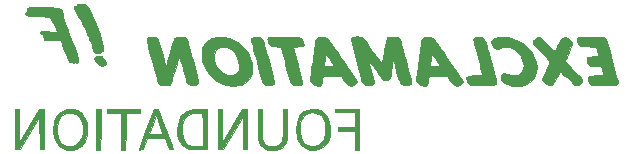
<source format=gbr>
G04 #@! TF.GenerationSoftware,KiCad,Pcbnew,(5.1.5-0-10_14)*
G04 #@! TF.CreationDate,2020-02-09T18:22:42-08:00*
G04 #@! TF.ProjectId,badge-proto,62616467-652d-4707-926f-746f2e6b6963,rev?*
G04 #@! TF.SameCoordinates,Original*
G04 #@! TF.FileFunction,Legend,Bot*
G04 #@! TF.FilePolarity,Positive*
%FSLAX46Y46*%
G04 Gerber Fmt 4.6, Leading zero omitted, Abs format (unit mm)*
G04 Created by KiCad (PCBNEW (5.1.5-0-10_14)) date 2020-02-09 18:22:42*
%MOMM*%
%LPD*%
G04 APERTURE LIST*
%ADD10C,0.010000*%
G04 APERTURE END LIST*
D10*
G36*
X-20257695Y-32594848D02*
G01*
X-20000316Y-32655291D01*
X-19783510Y-32764278D01*
X-19588926Y-32928784D01*
X-19556917Y-32962578D01*
X-19374686Y-33203819D01*
X-19246644Y-33478433D01*
X-19169738Y-33797338D01*
X-19140918Y-34171455D01*
X-19145742Y-34433507D01*
X-19173108Y-34765425D01*
X-19224755Y-35033533D01*
X-19307810Y-35256932D01*
X-19429400Y-35454722D01*
X-19596653Y-35646004D01*
X-19599099Y-35648471D01*
X-19782500Y-35812579D01*
X-19951849Y-35916239D01*
X-20045251Y-35952503D01*
X-20350492Y-36023883D01*
X-20647436Y-36045388D01*
X-20864756Y-36023602D01*
X-21129013Y-35941888D01*
X-21374884Y-35814762D01*
X-21555719Y-35672435D01*
X-21727287Y-35447035D01*
X-21860926Y-35159725D01*
X-21952771Y-34826104D01*
X-21998958Y-34461776D01*
X-21996293Y-34158722D01*
X-21663296Y-34158722D01*
X-21660897Y-34568462D01*
X-21603956Y-34914763D01*
X-21491283Y-35199930D01*
X-21321686Y-35426265D01*
X-21093975Y-35596075D01*
X-20870607Y-35692299D01*
X-20717189Y-35715644D01*
X-20522142Y-35709215D01*
X-20321500Y-35676952D01*
X-20151299Y-35622799D01*
X-20126435Y-35610906D01*
X-19895820Y-35445964D01*
X-19716384Y-35217520D01*
X-19590170Y-34931021D01*
X-19519218Y-34591914D01*
X-19505570Y-34205645D01*
X-19520989Y-33995449D01*
X-19589039Y-33645908D01*
X-19710615Y-33358657D01*
X-19883647Y-33135856D01*
X-20106070Y-32979666D01*
X-20375816Y-32892246D01*
X-20595166Y-32873108D01*
X-20880596Y-32902595D01*
X-21118894Y-32997897D01*
X-21323175Y-33165340D01*
X-21406412Y-33264486D01*
X-21505025Y-33411141D01*
X-21574331Y-33562700D01*
X-21620541Y-33740783D01*
X-21649867Y-33967009D01*
X-21663296Y-34158722D01*
X-21996293Y-34158722D01*
X-21995621Y-34082340D01*
X-21982265Y-33950648D01*
X-21905875Y-33563705D01*
X-21781340Y-33243648D01*
X-21605844Y-32985851D01*
X-21376568Y-32785688D01*
X-21216688Y-32693613D01*
X-21089681Y-32636208D01*
X-20975799Y-32600983D01*
X-20846762Y-32582763D01*
X-20674288Y-32576370D01*
X-20574000Y-32575974D01*
X-20257695Y-32594848D01*
G37*
X-20257695Y-32594848D02*
X-20000316Y-32655291D01*
X-19783510Y-32764278D01*
X-19588926Y-32928784D01*
X-19556917Y-32962578D01*
X-19374686Y-33203819D01*
X-19246644Y-33478433D01*
X-19169738Y-33797338D01*
X-19140918Y-34171455D01*
X-19145742Y-34433507D01*
X-19173108Y-34765425D01*
X-19224755Y-35033533D01*
X-19307810Y-35256932D01*
X-19429400Y-35454722D01*
X-19596653Y-35646004D01*
X-19599099Y-35648471D01*
X-19782500Y-35812579D01*
X-19951849Y-35916239D01*
X-20045251Y-35952503D01*
X-20350492Y-36023883D01*
X-20647436Y-36045388D01*
X-20864756Y-36023602D01*
X-21129013Y-35941888D01*
X-21374884Y-35814762D01*
X-21555719Y-35672435D01*
X-21727287Y-35447035D01*
X-21860926Y-35159725D01*
X-21952771Y-34826104D01*
X-21998958Y-34461776D01*
X-21996293Y-34158722D01*
X-21663296Y-34158722D01*
X-21660897Y-34568462D01*
X-21603956Y-34914763D01*
X-21491283Y-35199930D01*
X-21321686Y-35426265D01*
X-21093975Y-35596075D01*
X-20870607Y-35692299D01*
X-20717189Y-35715644D01*
X-20522142Y-35709215D01*
X-20321500Y-35676952D01*
X-20151299Y-35622799D01*
X-20126435Y-35610906D01*
X-19895820Y-35445964D01*
X-19716384Y-35217520D01*
X-19590170Y-34931021D01*
X-19519218Y-34591914D01*
X-19505570Y-34205645D01*
X-19520989Y-33995449D01*
X-19589039Y-33645908D01*
X-19710615Y-33358657D01*
X-19883647Y-33135856D01*
X-20106070Y-32979666D01*
X-20375816Y-32892246D01*
X-20595166Y-32873108D01*
X-20880596Y-32902595D01*
X-21118894Y-32997897D01*
X-21323175Y-33165340D01*
X-21406412Y-33264486D01*
X-21505025Y-33411141D01*
X-21574331Y-33562700D01*
X-21620541Y-33740783D01*
X-21649867Y-33967009D01*
X-21663296Y-34158722D01*
X-21996293Y-34158722D01*
X-21995621Y-34082340D01*
X-21982265Y-33950648D01*
X-21905875Y-33563705D01*
X-21781340Y-33243648D01*
X-21605844Y-32985851D01*
X-21376568Y-32785688D01*
X-21216688Y-32693613D01*
X-21089681Y-32636208D01*
X-20975799Y-32600983D01*
X-20846762Y-32582763D01*
X-20674288Y-32576370D01*
X-20574000Y-32575974D01*
X-20257695Y-32594848D01*
G36*
X-4353104Y-33792583D02*
G01*
X-4348720Y-34151931D01*
X-4344065Y-34437140D01*
X-4338375Y-34658737D01*
X-4330888Y-34827248D01*
X-4320844Y-34953201D01*
X-4307478Y-35047123D01*
X-4290030Y-35119538D01*
X-4267738Y-35180976D01*
X-4249667Y-35221333D01*
X-4123664Y-35429470D01*
X-3963539Y-35573363D01*
X-3771722Y-35664402D01*
X-3494779Y-35722099D01*
X-3230225Y-35698766D01*
X-2987203Y-35596229D01*
X-2833336Y-35476915D01*
X-2762825Y-35405024D01*
X-2705981Y-35331383D01*
X-2661169Y-35246117D01*
X-2626753Y-35139353D01*
X-2601097Y-35001218D01*
X-2582568Y-34821837D01*
X-2569528Y-34591339D01*
X-2560344Y-34299850D01*
X-2553380Y-33937495D01*
X-2550862Y-33771417D01*
X-2533204Y-32554333D01*
X-2201333Y-32554333D01*
X-2201333Y-33795483D01*
X-2202305Y-34197128D01*
X-2206172Y-34524501D01*
X-2214362Y-34787980D01*
X-2228301Y-34997947D01*
X-2249418Y-35164782D01*
X-2279140Y-35298866D01*
X-2318893Y-35410580D01*
X-2370106Y-35510303D01*
X-2434205Y-35608417D01*
X-2454519Y-35636825D01*
X-2644205Y-35829130D01*
X-2892060Y-35961758D01*
X-3199530Y-36035385D01*
X-3335174Y-36048209D01*
X-3572730Y-36050601D01*
X-3778172Y-36030138D01*
X-3854426Y-36013140D01*
X-4141437Y-35895622D01*
X-4363099Y-35725011D01*
X-4461011Y-35602530D01*
X-4525748Y-35496170D01*
X-4577770Y-35386330D01*
X-4618424Y-35262550D01*
X-4649055Y-35114370D01*
X-4671007Y-34931331D01*
X-4685627Y-34702973D01*
X-4694258Y-34418836D01*
X-4698246Y-34068461D01*
X-4699000Y-33751939D01*
X-4699000Y-32554333D01*
X-4367041Y-32554333D01*
X-4353104Y-33792583D01*
G37*
X-4353104Y-33792583D02*
X-4348720Y-34151931D01*
X-4344065Y-34437140D01*
X-4338375Y-34658737D01*
X-4330888Y-34827248D01*
X-4320844Y-34953201D01*
X-4307478Y-35047123D01*
X-4290030Y-35119538D01*
X-4267738Y-35180976D01*
X-4249667Y-35221333D01*
X-4123664Y-35429470D01*
X-3963539Y-35573363D01*
X-3771722Y-35664402D01*
X-3494779Y-35722099D01*
X-3230225Y-35698766D01*
X-2987203Y-35596229D01*
X-2833336Y-35476915D01*
X-2762825Y-35405024D01*
X-2705981Y-35331383D01*
X-2661169Y-35246117D01*
X-2626753Y-35139353D01*
X-2601097Y-35001218D01*
X-2582568Y-34821837D01*
X-2569528Y-34591339D01*
X-2560344Y-34299850D01*
X-2553380Y-33937495D01*
X-2550862Y-33771417D01*
X-2533204Y-32554333D01*
X-2201333Y-32554333D01*
X-2201333Y-33795483D01*
X-2202305Y-34197128D01*
X-2206172Y-34524501D01*
X-2214362Y-34787980D01*
X-2228301Y-34997947D01*
X-2249418Y-35164782D01*
X-2279140Y-35298866D01*
X-2318893Y-35410580D01*
X-2370106Y-35510303D01*
X-2434205Y-35608417D01*
X-2454519Y-35636825D01*
X-2644205Y-35829130D01*
X-2892060Y-35961758D01*
X-3199530Y-36035385D01*
X-3335174Y-36048209D01*
X-3572730Y-36050601D01*
X-3778172Y-36030138D01*
X-3854426Y-36013140D01*
X-4141437Y-35895622D01*
X-4363099Y-35725011D01*
X-4461011Y-35602530D01*
X-4525748Y-35496170D01*
X-4577770Y-35386330D01*
X-4618424Y-35262550D01*
X-4649055Y-35114370D01*
X-4671007Y-34931331D01*
X-4685627Y-34702973D01*
X-4694258Y-34418836D01*
X-4698246Y-34068461D01*
X-4699000Y-33751939D01*
X-4699000Y-32554333D01*
X-4367041Y-32554333D01*
X-4353104Y-33792583D01*
G36*
X-18001775Y-34279417D02*
G01*
X-18012833Y-36004500D01*
X-18162513Y-36017098D01*
X-18270389Y-36017720D01*
X-18338199Y-36002708D01*
X-18342430Y-35999459D01*
X-18349010Y-35951874D01*
X-18355098Y-35828759D01*
X-18360532Y-35639250D01*
X-18365156Y-35392484D01*
X-18368809Y-35097595D01*
X-18371332Y-34763720D01*
X-18372568Y-34399995D01*
X-18372666Y-34261778D01*
X-18372666Y-32554333D01*
X-17990717Y-32554333D01*
X-18001775Y-34279417D01*
G37*
X-18001775Y-34279417D02*
X-18012833Y-36004500D01*
X-18162513Y-36017098D01*
X-18270389Y-36017720D01*
X-18338199Y-36002708D01*
X-18342430Y-35999459D01*
X-18349010Y-35951874D01*
X-18355098Y-35828759D01*
X-18360532Y-35639250D01*
X-18365156Y-35392484D01*
X-18368809Y-35097595D01*
X-18371332Y-34763720D01*
X-18372568Y-34399995D01*
X-18372666Y-34261778D01*
X-18372666Y-32554333D01*
X-17990717Y-32554333D01*
X-18001775Y-34279417D01*
G36*
X-14689666Y-32893000D02*
G01*
X-15873957Y-32893000D01*
X-15885062Y-34448750D01*
X-15896166Y-36004500D01*
X-16045846Y-36017098D01*
X-16153723Y-36017720D01*
X-16221533Y-36002708D01*
X-16225763Y-35999459D01*
X-16232685Y-35951595D01*
X-16239050Y-35828716D01*
X-16244672Y-35640472D01*
X-16249363Y-35396514D01*
X-16252939Y-35106491D01*
X-16255213Y-34780056D01*
X-16256000Y-34431111D01*
X-16256000Y-32893000D01*
X-17441333Y-32893000D01*
X-17441333Y-32554333D01*
X-14689666Y-32554333D01*
X-14689666Y-32893000D01*
G37*
X-14689666Y-32893000D02*
X-15873957Y-32893000D01*
X-15885062Y-34448750D01*
X-15896166Y-36004500D01*
X-16045846Y-36017098D01*
X-16153723Y-36017720D01*
X-16221533Y-36002708D01*
X-16225763Y-35999459D01*
X-16232685Y-35951595D01*
X-16239050Y-35828716D01*
X-16244672Y-35640472D01*
X-16249363Y-35396514D01*
X-16252939Y-35106491D01*
X-16255213Y-34780056D01*
X-16256000Y-34431111D01*
X-16256000Y-32893000D01*
X-17441333Y-32893000D01*
X-17441333Y-32554333D01*
X-14689666Y-32554333D01*
X-14689666Y-32893000D01*
G36*
X285380Y-32575364D02*
G01*
X553614Y-32642285D01*
X783235Y-32760915D01*
X911117Y-32860347D01*
X1107773Y-33086570D01*
X1259587Y-33370116D01*
X1365335Y-33695740D01*
X1423795Y-34048200D01*
X1433744Y-34412253D01*
X1393961Y-34772655D01*
X1303223Y-35114164D01*
X1160308Y-35421537D01*
X1121479Y-35483463D01*
X931821Y-35696654D01*
X686235Y-35860656D01*
X400770Y-35970859D01*
X91476Y-36022657D01*
X-225596Y-36011439D01*
X-493926Y-35947305D01*
X-789074Y-35803145D01*
X-1031105Y-35593112D01*
X-1219820Y-35317426D01*
X-1345053Y-35009667D01*
X-1393654Y-34776507D01*
X-1418231Y-34491016D01*
X-1419189Y-34181929D01*
X-1416642Y-34147126D01*
X-1132333Y-34147126D01*
X-1128123Y-34553841D01*
X-1065949Y-34899365D01*
X-945087Y-35184888D01*
X-764816Y-35411605D01*
X-524412Y-35580707D01*
X-223155Y-35693386D01*
X-190500Y-35701397D01*
X-45149Y-35709678D01*
X140342Y-35684908D01*
X330847Y-35632805D01*
X402167Y-35604905D01*
X598945Y-35479533D01*
X776460Y-35292656D01*
X914683Y-35067433D01*
X957767Y-34962512D01*
X1006923Y-34754404D01*
X1034585Y-34493659D01*
X1040768Y-34209529D01*
X1025491Y-33931266D01*
X988768Y-33688123D01*
X956987Y-33572804D01*
X826402Y-33312230D01*
X642812Y-33105741D01*
X419412Y-32956978D01*
X169392Y-32869581D01*
X-94054Y-32847189D01*
X-357733Y-32893443D01*
X-608455Y-33011982D01*
X-732915Y-33106540D01*
X-896659Y-33287922D01*
X-1014276Y-33508835D01*
X-1090670Y-33782054D01*
X-1130743Y-34120354D01*
X-1132333Y-34147126D01*
X-1416642Y-34147126D01*
X-1396937Y-33877978D01*
X-1351881Y-33607899D01*
X-1323701Y-33503237D01*
X-1184213Y-33186381D01*
X-986589Y-32928601D01*
X-737066Y-32734505D01*
X-441883Y-32608701D01*
X-107276Y-32555797D01*
X-39433Y-32554367D01*
X285380Y-32575364D01*
G37*
X285380Y-32575364D02*
X553614Y-32642285D01*
X783235Y-32760915D01*
X911117Y-32860347D01*
X1107773Y-33086570D01*
X1259587Y-33370116D01*
X1365335Y-33695740D01*
X1423795Y-34048200D01*
X1433744Y-34412253D01*
X1393961Y-34772655D01*
X1303223Y-35114164D01*
X1160308Y-35421537D01*
X1121479Y-35483463D01*
X931821Y-35696654D01*
X686235Y-35860656D01*
X400770Y-35970859D01*
X91476Y-36022657D01*
X-225596Y-36011439D01*
X-493926Y-35947305D01*
X-789074Y-35803145D01*
X-1031105Y-35593112D01*
X-1219820Y-35317426D01*
X-1345053Y-35009667D01*
X-1393654Y-34776507D01*
X-1418231Y-34491016D01*
X-1419189Y-34181929D01*
X-1416642Y-34147126D01*
X-1132333Y-34147126D01*
X-1128123Y-34553841D01*
X-1065949Y-34899365D01*
X-945087Y-35184888D01*
X-764816Y-35411605D01*
X-524412Y-35580707D01*
X-223155Y-35693386D01*
X-190500Y-35701397D01*
X-45149Y-35709678D01*
X140342Y-35684908D01*
X330847Y-35632805D01*
X402167Y-35604905D01*
X598945Y-35479533D01*
X776460Y-35292656D01*
X914683Y-35067433D01*
X957767Y-34962512D01*
X1006923Y-34754404D01*
X1034585Y-34493659D01*
X1040768Y-34209529D01*
X1025491Y-33931266D01*
X988768Y-33688123D01*
X956987Y-33572804D01*
X826402Y-33312230D01*
X642812Y-33105741D01*
X419412Y-32956978D01*
X169392Y-32869581D01*
X-94054Y-32847189D01*
X-357733Y-32893443D01*
X-608455Y-33011982D01*
X-732915Y-33106540D01*
X-896659Y-33287922D01*
X-1014276Y-33508835D01*
X-1090670Y-33782054D01*
X-1130743Y-34120354D01*
X-1132333Y-34147126D01*
X-1416642Y-34147126D01*
X-1396937Y-33877978D01*
X-1351881Y-33607899D01*
X-1323701Y-33503237D01*
X-1184213Y-33186381D01*
X-986589Y-32928601D01*
X-737066Y-32734505D01*
X-441883Y-32608701D01*
X-107276Y-32555797D01*
X-39433Y-32554367D01*
X285380Y-32575364D01*
G36*
X3884558Y-34279417D02*
G01*
X3873500Y-36004500D01*
X3744979Y-36017089D01*
X3644598Y-36017019D01*
X3586229Y-35999451D01*
X3576489Y-35949266D01*
X3568054Y-35828564D01*
X3561468Y-35651491D01*
X3557276Y-35432192D01*
X3556000Y-35214278D01*
X3556000Y-34459333D01*
X2116667Y-34459333D01*
X2116667Y-34120667D01*
X3556000Y-34120667D01*
X3556000Y-32850667D01*
X1862667Y-32850667D01*
X1862667Y-32554333D01*
X3895617Y-32554333D01*
X3884558Y-34279417D01*
G37*
X3884558Y-34279417D02*
X3873500Y-36004500D01*
X3744979Y-36017089D01*
X3644598Y-36017019D01*
X3586229Y-35999451D01*
X3576489Y-35949266D01*
X3568054Y-35828564D01*
X3561468Y-35651491D01*
X3557276Y-35432192D01*
X3556000Y-35214278D01*
X3556000Y-34459333D01*
X2116667Y-34459333D01*
X2116667Y-34120667D01*
X3556000Y-34120667D01*
X3556000Y-32850667D01*
X1862667Y-32850667D01*
X1862667Y-32554333D01*
X3895617Y-32554333D01*
X3884558Y-34279417D01*
G36*
X-22775333Y-35983333D02*
G01*
X-23155176Y-35983333D01*
X-23177500Y-33217665D01*
X-24816368Y-35983333D01*
X-25230666Y-35983333D01*
X-25230666Y-32554333D01*
X-24893126Y-32554333D01*
X-24881980Y-33982998D01*
X-24870833Y-35411663D01*
X-24040798Y-33993581D01*
X-23210763Y-32575500D01*
X-22993048Y-32562704D01*
X-22775333Y-32549909D01*
X-22775333Y-35983333D01*
G37*
X-22775333Y-35983333D02*
X-23155176Y-35983333D01*
X-23177500Y-33217665D01*
X-24816368Y-35983333D01*
X-25230666Y-35983333D01*
X-25230666Y-32554333D01*
X-24893126Y-32554333D01*
X-24881980Y-33982998D01*
X-24870833Y-35411663D01*
X-24040798Y-33993581D01*
X-23210763Y-32575500D01*
X-22993048Y-32562704D01*
X-22775333Y-32549909D01*
X-22775333Y-35983333D01*
G36*
X-13299120Y-32563024D02*
G01*
X-13114821Y-32575500D01*
X-12510018Y-34188697D01*
X-12377734Y-34541872D01*
X-12254033Y-34872774D01*
X-12142243Y-35172451D01*
X-12045693Y-35431955D01*
X-11967710Y-35642333D01*
X-11911622Y-35794634D01*
X-11880759Y-35879910D01*
X-11876421Y-35892614D01*
X-11866380Y-35948683D01*
X-11896179Y-35975184D01*
X-11984784Y-35982998D01*
X-12034536Y-35983333D01*
X-12221444Y-35983333D01*
X-12402216Y-35495522D01*
X-12582988Y-35007710D01*
X-13306664Y-35019272D01*
X-14030340Y-35030833D01*
X-14373104Y-35962167D01*
X-14568693Y-35974864D01*
X-14764282Y-35987562D01*
X-14289419Y-34713333D01*
X-13921752Y-34713333D01*
X-12701520Y-34713333D01*
X-12844681Y-34321750D01*
X-12925694Y-34101039D01*
X-13020586Y-33843837D01*
X-13113551Y-33592948D01*
X-13149242Y-33497010D01*
X-13310643Y-33063854D01*
X-13495884Y-33560510D01*
X-13581806Y-33791360D01*
X-13670832Y-34031349D01*
X-13751252Y-34248874D01*
X-13801439Y-34385250D01*
X-13921752Y-34713333D01*
X-14289419Y-34713333D01*
X-13483420Y-32550548D01*
X-13299120Y-32563024D01*
G37*
X-13299120Y-32563024D02*
X-13114821Y-32575500D01*
X-12510018Y-34188697D01*
X-12377734Y-34541872D01*
X-12254033Y-34872774D01*
X-12142243Y-35172451D01*
X-12045693Y-35431955D01*
X-11967710Y-35642333D01*
X-11911622Y-35794634D01*
X-11880759Y-35879910D01*
X-11876421Y-35892614D01*
X-11866380Y-35948683D01*
X-11896179Y-35975184D01*
X-11984784Y-35982998D01*
X-12034536Y-35983333D01*
X-12221444Y-35983333D01*
X-12402216Y-35495522D01*
X-12582988Y-35007710D01*
X-13306664Y-35019272D01*
X-14030340Y-35030833D01*
X-14373104Y-35962167D01*
X-14568693Y-35974864D01*
X-14764282Y-35987562D01*
X-14289419Y-34713333D01*
X-13921752Y-34713333D01*
X-12701520Y-34713333D01*
X-12844681Y-34321750D01*
X-12925694Y-34101039D01*
X-13020586Y-33843837D01*
X-13113551Y-33592948D01*
X-13149242Y-33497010D01*
X-13310643Y-33063854D01*
X-13495884Y-33560510D01*
X-13581806Y-33791360D01*
X-13670832Y-34031349D01*
X-13751252Y-34248874D01*
X-13801439Y-34385250D01*
X-13921752Y-34713333D01*
X-14289419Y-34713333D01*
X-13483420Y-32550548D01*
X-13299120Y-32563024D01*
G36*
X-8974666Y-35983333D02*
G01*
X-9683750Y-35980501D01*
X-10006359Y-35975380D01*
X-10268371Y-35963171D01*
X-10461454Y-35944417D01*
X-10566556Y-35923296D01*
X-10851160Y-35792473D01*
X-11095131Y-35597327D01*
X-11285115Y-35351714D01*
X-11407758Y-35069489D01*
X-11414974Y-35043007D01*
X-11487175Y-34651105D01*
X-11503542Y-34262802D01*
X-11500438Y-34231598D01*
X-11126117Y-34231598D01*
X-11118054Y-34617781D01*
X-11059613Y-34939207D01*
X-10948689Y-35200675D01*
X-10783176Y-35406987D01*
X-10560967Y-35562944D01*
X-10536565Y-35575448D01*
X-10431751Y-35624011D01*
X-10335275Y-35656074D01*
X-10225309Y-35675002D01*
X-10080026Y-35684162D01*
X-9877597Y-35686917D01*
X-9813021Y-35687000D01*
X-9313333Y-35687000D01*
X-9313453Y-35083750D01*
X-9315172Y-34829598D01*
X-9319839Y-34521217D01*
X-9326849Y-34188971D01*
X-9335596Y-33863223D01*
X-9341313Y-33686750D01*
X-9369053Y-32893000D01*
X-9796277Y-32893413D01*
X-10010257Y-32896864D01*
X-10165339Y-32909395D01*
X-10287140Y-32935005D01*
X-10401277Y-32977694D01*
X-10435166Y-32993167D01*
X-10684455Y-33143540D01*
X-10873941Y-33336402D01*
X-11007935Y-33579479D01*
X-11090748Y-33880499D01*
X-11126117Y-34231598D01*
X-11500438Y-34231598D01*
X-11466607Y-33891547D01*
X-11378900Y-33550790D01*
X-11242953Y-33253982D01*
X-11061298Y-33014571D01*
X-11026941Y-32981364D01*
X-10846414Y-32832389D01*
X-10661284Y-32720659D01*
X-10455808Y-32641606D01*
X-10214244Y-32590663D01*
X-9920850Y-32563263D01*
X-9559883Y-32554839D01*
X-9556750Y-32554836D01*
X-8974666Y-32554333D01*
X-8974666Y-35983333D01*
G37*
X-8974666Y-35983333D02*
X-9683750Y-35980501D01*
X-10006359Y-35975380D01*
X-10268371Y-35963171D01*
X-10461454Y-35944417D01*
X-10566556Y-35923296D01*
X-10851160Y-35792473D01*
X-11095131Y-35597327D01*
X-11285115Y-35351714D01*
X-11407758Y-35069489D01*
X-11414974Y-35043007D01*
X-11487175Y-34651105D01*
X-11503542Y-34262802D01*
X-11500438Y-34231598D01*
X-11126117Y-34231598D01*
X-11118054Y-34617781D01*
X-11059613Y-34939207D01*
X-10948689Y-35200675D01*
X-10783176Y-35406987D01*
X-10560967Y-35562944D01*
X-10536565Y-35575448D01*
X-10431751Y-35624011D01*
X-10335275Y-35656074D01*
X-10225309Y-35675002D01*
X-10080026Y-35684162D01*
X-9877597Y-35686917D01*
X-9813021Y-35687000D01*
X-9313333Y-35687000D01*
X-9313453Y-35083750D01*
X-9315172Y-34829598D01*
X-9319839Y-34521217D01*
X-9326849Y-34188971D01*
X-9335596Y-33863223D01*
X-9341313Y-33686750D01*
X-9369053Y-32893000D01*
X-9796277Y-32893413D01*
X-10010257Y-32896864D01*
X-10165339Y-32909395D01*
X-10287140Y-32935005D01*
X-10401277Y-32977694D01*
X-10435166Y-32993167D01*
X-10684455Y-33143540D01*
X-10873941Y-33336402D01*
X-11007935Y-33579479D01*
X-11090748Y-33880499D01*
X-11126117Y-34231598D01*
X-11500438Y-34231598D01*
X-11466607Y-33891547D01*
X-11378900Y-33550790D01*
X-11242953Y-33253982D01*
X-11061298Y-33014571D01*
X-11026941Y-32981364D01*
X-10846414Y-32832389D01*
X-10661284Y-32720659D01*
X-10455808Y-32641606D01*
X-10214244Y-32590663D01*
X-9920850Y-32563263D01*
X-9559883Y-32554839D01*
X-9556750Y-32554836D01*
X-8974666Y-32554333D01*
X-8974666Y-35983333D01*
G36*
X-5588000Y-35983333D02*
G01*
X-5925525Y-35983333D01*
X-5947833Y-33175309D01*
X-6784611Y-34579321D01*
X-7621388Y-35983333D01*
X-8043333Y-35983333D01*
X-8043333Y-32554333D01*
X-7705778Y-32554333D01*
X-7694639Y-33985608D01*
X-7683500Y-35416882D01*
X-6019588Y-32575500D01*
X-5803794Y-32562704D01*
X-5588000Y-32549909D01*
X-5588000Y-35983333D01*
G37*
X-5588000Y-35983333D02*
X-5925525Y-35983333D01*
X-5947833Y-33175309D01*
X-6784611Y-34579321D01*
X-7621388Y-35983333D01*
X-8043333Y-35983333D01*
X-8043333Y-32554333D01*
X-7705778Y-32554333D01*
X-7694639Y-33985608D01*
X-7683500Y-35416882D01*
X-6019588Y-32575500D01*
X-5803794Y-32562704D01*
X-5588000Y-32549909D01*
X-5588000Y-35983333D01*
G36*
X-7588797Y-26459606D02*
G01*
X-7113079Y-26560832D01*
X-6673241Y-26736980D01*
X-6275247Y-26983764D01*
X-5925062Y-27296902D01*
X-5628650Y-27672109D01*
X-5439399Y-28003500D01*
X-5317761Y-28268587D01*
X-5236918Y-28492036D01*
X-5189627Y-28701929D01*
X-5168646Y-28926347D01*
X-5165701Y-29064733D01*
X-5198944Y-29432912D01*
X-5298197Y-29761661D01*
X-5458745Y-30043826D01*
X-5675875Y-30272251D01*
X-5944871Y-30439779D01*
X-6113511Y-30503457D01*
X-6366909Y-30557534D01*
X-6659859Y-30585325D01*
X-6955312Y-30585415D01*
X-7216219Y-30556395D01*
X-7260166Y-30547164D01*
X-7713506Y-30407051D01*
X-8113330Y-30210140D01*
X-8194273Y-30158806D01*
X-8388666Y-30008069D01*
X-8601329Y-29807938D01*
X-8809223Y-29582926D01*
X-8989308Y-29357544D01*
X-9091577Y-29204165D01*
X-9270769Y-28843040D01*
X-9388446Y-28475301D01*
X-9442537Y-28130500D01*
X-8403166Y-28130500D01*
X-8398078Y-28322900D01*
X-8377205Y-28469842D01*
X-8332134Y-28610212D01*
X-8268336Y-28753787D01*
X-8148827Y-28964756D01*
X-7996888Y-29173166D01*
X-7831079Y-29357221D01*
X-7669965Y-29495127D01*
X-7600166Y-29538311D01*
X-7328711Y-29649741D01*
X-7064148Y-29702152D01*
X-6821958Y-29694695D01*
X-6617624Y-29626518D01*
X-6567412Y-29595091D01*
X-6414742Y-29450776D01*
X-6318739Y-29269376D01*
X-6274646Y-29038163D01*
X-6273563Y-28808589D01*
X-6328218Y-28451899D01*
X-6448048Y-28125755D01*
X-6624937Y-27839320D01*
X-6850767Y-27601756D01*
X-7117421Y-27422226D01*
X-7416785Y-27309894D01*
X-7630356Y-27276874D01*
X-7890253Y-27289666D01*
X-8096870Y-27368026D01*
X-8250380Y-27512145D01*
X-8350956Y-27722214D01*
X-8398772Y-27998425D01*
X-8403166Y-28130500D01*
X-9442537Y-28130500D01*
X-9445582Y-28111091D01*
X-9443147Y-27760556D01*
X-9382113Y-27433841D01*
X-9263452Y-27141091D01*
X-9088135Y-26892451D01*
X-8857136Y-26698066D01*
X-8851176Y-26694315D01*
X-8535586Y-26545043D01*
X-8176189Y-26460359D01*
X-7786822Y-26442835D01*
X-7588797Y-26459606D01*
G37*
X-7588797Y-26459606D02*
X-7113079Y-26560832D01*
X-6673241Y-26736980D01*
X-6275247Y-26983764D01*
X-5925062Y-27296902D01*
X-5628650Y-27672109D01*
X-5439399Y-28003500D01*
X-5317761Y-28268587D01*
X-5236918Y-28492036D01*
X-5189627Y-28701929D01*
X-5168646Y-28926347D01*
X-5165701Y-29064733D01*
X-5198944Y-29432912D01*
X-5298197Y-29761661D01*
X-5458745Y-30043826D01*
X-5675875Y-30272251D01*
X-5944871Y-30439779D01*
X-6113511Y-30503457D01*
X-6366909Y-30557534D01*
X-6659859Y-30585325D01*
X-6955312Y-30585415D01*
X-7216219Y-30556395D01*
X-7260166Y-30547164D01*
X-7713506Y-30407051D01*
X-8113330Y-30210140D01*
X-8194273Y-30158806D01*
X-8388666Y-30008069D01*
X-8601329Y-29807938D01*
X-8809223Y-29582926D01*
X-8989308Y-29357544D01*
X-9091577Y-29204165D01*
X-9270769Y-28843040D01*
X-9388446Y-28475301D01*
X-9442537Y-28130500D01*
X-8403166Y-28130500D01*
X-8398078Y-28322900D01*
X-8377205Y-28469842D01*
X-8332134Y-28610212D01*
X-8268336Y-28753787D01*
X-8148827Y-28964756D01*
X-7996888Y-29173166D01*
X-7831079Y-29357221D01*
X-7669965Y-29495127D01*
X-7600166Y-29538311D01*
X-7328711Y-29649741D01*
X-7064148Y-29702152D01*
X-6821958Y-29694695D01*
X-6617624Y-29626518D01*
X-6567412Y-29595091D01*
X-6414742Y-29450776D01*
X-6318739Y-29269376D01*
X-6274646Y-29038163D01*
X-6273563Y-28808589D01*
X-6328218Y-28451899D01*
X-6448048Y-28125755D01*
X-6624937Y-27839320D01*
X-6850767Y-27601756D01*
X-7117421Y-27422226D01*
X-7416785Y-27309894D01*
X-7630356Y-27276874D01*
X-7890253Y-27289666D01*
X-8096870Y-27368026D01*
X-8250380Y-27512145D01*
X-8350956Y-27722214D01*
X-8398772Y-27998425D01*
X-8403166Y-28130500D01*
X-9442537Y-28130500D01*
X-9445582Y-28111091D01*
X-9443147Y-27760556D01*
X-9382113Y-27433841D01*
X-9263452Y-27141091D01*
X-9088135Y-26892451D01*
X-8857136Y-26698066D01*
X-8851176Y-26694315D01*
X-8535586Y-26545043D01*
X-8176189Y-26460359D01*
X-7786822Y-26442835D01*
X-7588797Y-26459606D01*
G36*
X804104Y-26458516D02*
G01*
X910982Y-26463559D01*
X1003667Y-26480203D01*
X1089485Y-26515189D01*
X1175763Y-26575259D01*
X1269826Y-26667153D01*
X1379001Y-26797614D01*
X1510615Y-26973381D01*
X1671993Y-27201197D01*
X1870462Y-27487803D01*
X2002170Y-27678863D01*
X2363293Y-28203552D01*
X2677052Y-28661584D01*
X2945047Y-29055375D01*
X3168881Y-29387337D01*
X3350155Y-29659885D01*
X3490470Y-29875433D01*
X3591430Y-30036394D01*
X3654634Y-30145184D01*
X3681686Y-30204215D01*
X3683000Y-30212091D01*
X3641843Y-30347234D01*
X3519221Y-30463012D01*
X3397347Y-30526828D01*
X3256193Y-30577528D01*
X3136438Y-30591535D01*
X3026306Y-30562038D01*
X2914021Y-30482223D01*
X2787805Y-30345278D01*
X2635883Y-30144392D01*
X2566311Y-30046083D01*
X2366389Y-29760333D01*
X1609026Y-29760333D01*
X1364453Y-29762257D01*
X1150237Y-29767599D01*
X980306Y-29775713D01*
X868592Y-29785954D01*
X829349Y-29796440D01*
X812664Y-29853424D01*
X789242Y-29970466D01*
X763783Y-30123734D01*
X760478Y-30145690D01*
X722339Y-30343649D01*
X675398Y-30471254D01*
X627438Y-30532917D01*
X557247Y-30581533D01*
X481301Y-30599068D01*
X377609Y-30584871D01*
X224182Y-30538293D01*
X169334Y-30519366D01*
X-48518Y-30415846D01*
X-189380Y-30285586D01*
X-251123Y-30130767D01*
X-253955Y-30086056D01*
X-248355Y-30013715D01*
X-232573Y-29868956D01*
X-208106Y-29663216D01*
X-176446Y-29407934D01*
X-139090Y-29114549D01*
X-107189Y-28868860D01*
X931334Y-28868860D01*
X936628Y-28908488D01*
X962755Y-28933853D01*
X1025076Y-28948115D01*
X1138956Y-28954438D01*
X1319756Y-28955984D01*
X1354667Y-28956000D01*
X1532374Y-28953917D01*
X1673348Y-28948300D01*
X1759666Y-28940098D01*
X1778000Y-28933586D01*
X1755386Y-28881985D01*
X1694441Y-28781309D01*
X1605512Y-28646106D01*
X1498944Y-28490920D01*
X1385086Y-28330300D01*
X1274281Y-28178790D01*
X1176878Y-28050937D01*
X1103223Y-27961288D01*
X1063662Y-27924389D01*
X1060513Y-27924847D01*
X1043739Y-27978090D01*
X1021527Y-28094202D01*
X996805Y-28251797D01*
X972499Y-28429491D01*
X951534Y-28605900D01*
X936837Y-28759639D01*
X931334Y-28868860D01*
X-107189Y-28868860D01*
X-97533Y-28794499D01*
X-53269Y-28459223D01*
X-7793Y-28120159D01*
X37400Y-27788746D01*
X80814Y-27476423D01*
X120956Y-27194628D01*
X148243Y-27008667D01*
X187139Y-26783460D01*
X233192Y-26629421D01*
X299162Y-26533236D01*
X397809Y-26481591D01*
X541894Y-26461174D01*
X675706Y-26458333D01*
X804104Y-26458516D01*
G37*
X804104Y-26458516D02*
X910982Y-26463559D01*
X1003667Y-26480203D01*
X1089485Y-26515189D01*
X1175763Y-26575259D01*
X1269826Y-26667153D01*
X1379001Y-26797614D01*
X1510615Y-26973381D01*
X1671993Y-27201197D01*
X1870462Y-27487803D01*
X2002170Y-27678863D01*
X2363293Y-28203552D01*
X2677052Y-28661584D01*
X2945047Y-29055375D01*
X3168881Y-29387337D01*
X3350155Y-29659885D01*
X3490470Y-29875433D01*
X3591430Y-30036394D01*
X3654634Y-30145184D01*
X3681686Y-30204215D01*
X3683000Y-30212091D01*
X3641843Y-30347234D01*
X3519221Y-30463012D01*
X3397347Y-30526828D01*
X3256193Y-30577528D01*
X3136438Y-30591535D01*
X3026306Y-30562038D01*
X2914021Y-30482223D01*
X2787805Y-30345278D01*
X2635883Y-30144392D01*
X2566311Y-30046083D01*
X2366389Y-29760333D01*
X1609026Y-29760333D01*
X1364453Y-29762257D01*
X1150237Y-29767599D01*
X980306Y-29775713D01*
X868592Y-29785954D01*
X829349Y-29796440D01*
X812664Y-29853424D01*
X789242Y-29970466D01*
X763783Y-30123734D01*
X760478Y-30145690D01*
X722339Y-30343649D01*
X675398Y-30471254D01*
X627438Y-30532917D01*
X557247Y-30581533D01*
X481301Y-30599068D01*
X377609Y-30584871D01*
X224182Y-30538293D01*
X169334Y-30519366D01*
X-48518Y-30415846D01*
X-189380Y-30285586D01*
X-251123Y-30130767D01*
X-253955Y-30086056D01*
X-248355Y-30013715D01*
X-232573Y-29868956D01*
X-208106Y-29663216D01*
X-176446Y-29407934D01*
X-139090Y-29114549D01*
X-107189Y-28868860D01*
X931334Y-28868860D01*
X936628Y-28908488D01*
X962755Y-28933853D01*
X1025076Y-28948115D01*
X1138956Y-28954438D01*
X1319756Y-28955984D01*
X1354667Y-28956000D01*
X1532374Y-28953917D01*
X1673348Y-28948300D01*
X1759666Y-28940098D01*
X1778000Y-28933586D01*
X1755386Y-28881985D01*
X1694441Y-28781309D01*
X1605512Y-28646106D01*
X1498944Y-28490920D01*
X1385086Y-28330300D01*
X1274281Y-28178790D01*
X1176878Y-28050937D01*
X1103223Y-27961288D01*
X1063662Y-27924389D01*
X1060513Y-27924847D01*
X1043739Y-27978090D01*
X1021527Y-28094202D01*
X996805Y-28251797D01*
X972499Y-28429491D01*
X951534Y-28605900D01*
X936837Y-28759639D01*
X931334Y-28868860D01*
X-107189Y-28868860D01*
X-97533Y-28794499D01*
X-53269Y-28459223D01*
X-7793Y-28120159D01*
X37400Y-27788746D01*
X80814Y-27476423D01*
X120956Y-27194628D01*
X148243Y-27008667D01*
X187139Y-26783460D01*
X233192Y-26629421D01*
X299162Y-26533236D01*
X397809Y-26481591D01*
X541894Y-26461174D01*
X675706Y-26458333D01*
X804104Y-26458516D01*
G36*
X9778589Y-26458515D02*
G01*
X9885320Y-26463554D01*
X9977891Y-26480191D01*
X10063625Y-26515166D01*
X10149846Y-26575218D01*
X10243878Y-26667088D01*
X10353044Y-26797517D01*
X10484669Y-26973244D01*
X10646076Y-27201010D01*
X10844589Y-27487554D01*
X10976424Y-27678713D01*
X11353165Y-28226153D01*
X11681099Y-28705526D01*
X11960727Y-29117587D01*
X12192553Y-29463094D01*
X12377077Y-29742805D01*
X12514802Y-29957478D01*
X12606231Y-30107868D01*
X12651865Y-30194735D01*
X12657667Y-30214753D01*
X12616437Y-30347601D01*
X12494450Y-30462564D01*
X12372013Y-30526828D01*
X12230860Y-30577528D01*
X12111105Y-30591535D01*
X12000973Y-30562038D01*
X11888688Y-30482223D01*
X11762472Y-30345278D01*
X11610550Y-30144392D01*
X11540978Y-30046083D01*
X11341056Y-29760333D01*
X10583693Y-29760333D01*
X10339120Y-29762257D01*
X10124903Y-29767599D01*
X9954973Y-29775713D01*
X9843259Y-29785954D01*
X9804015Y-29796440D01*
X9787331Y-29853424D01*
X9763909Y-29970466D01*
X9738450Y-30123734D01*
X9735144Y-30145690D01*
X9697006Y-30343649D01*
X9650064Y-30471254D01*
X9602104Y-30532917D01*
X9531914Y-30581533D01*
X9455967Y-30599068D01*
X9352275Y-30584871D01*
X9198848Y-30538293D01*
X9144000Y-30519366D01*
X8923618Y-30414633D01*
X8783327Y-30282657D01*
X8723176Y-30123491D01*
X8720667Y-30079427D01*
X8726289Y-30005443D01*
X8742157Y-29859035D01*
X8766776Y-29651626D01*
X8798651Y-29394641D01*
X8836285Y-29099504D01*
X8869494Y-28844381D01*
X9906000Y-28844381D01*
X9906000Y-28956000D01*
X10329334Y-28956000D01*
X10507041Y-28953917D01*
X10648014Y-28948300D01*
X10734332Y-28940098D01*
X10752667Y-28933586D01*
X10730072Y-28882150D01*
X10669179Y-28781597D01*
X10580326Y-28646474D01*
X10473850Y-28491328D01*
X10360091Y-28330706D01*
X10249385Y-28179155D01*
X10152071Y-28051223D01*
X10078487Y-27961456D01*
X10038971Y-27924402D01*
X10035803Y-27924847D01*
X10017616Y-27979995D01*
X9994199Y-28097622D01*
X9968627Y-28255952D01*
X9943974Y-28433204D01*
X9923314Y-28607602D01*
X9909720Y-28757367D01*
X9906000Y-28844381D01*
X8869494Y-28844381D01*
X8878182Y-28777639D01*
X8922849Y-28440470D01*
X8968787Y-28099421D01*
X9014503Y-27765916D01*
X9058499Y-27451380D01*
X9099282Y-27167236D01*
X9122697Y-27008667D01*
X9161711Y-26783463D01*
X9207842Y-26629424D01*
X9273854Y-26533239D01*
X9372513Y-26481593D01*
X9516581Y-26461175D01*
X9650373Y-26458333D01*
X9778589Y-26458515D01*
G37*
X9778589Y-26458515D02*
X9885320Y-26463554D01*
X9977891Y-26480191D01*
X10063625Y-26515166D01*
X10149846Y-26575218D01*
X10243878Y-26667088D01*
X10353044Y-26797517D01*
X10484669Y-26973244D01*
X10646076Y-27201010D01*
X10844589Y-27487554D01*
X10976424Y-27678713D01*
X11353165Y-28226153D01*
X11681099Y-28705526D01*
X11960727Y-29117587D01*
X12192553Y-29463094D01*
X12377077Y-29742805D01*
X12514802Y-29957478D01*
X12606231Y-30107868D01*
X12651865Y-30194735D01*
X12657667Y-30214753D01*
X12616437Y-30347601D01*
X12494450Y-30462564D01*
X12372013Y-30526828D01*
X12230860Y-30577528D01*
X12111105Y-30591535D01*
X12000973Y-30562038D01*
X11888688Y-30482223D01*
X11762472Y-30345278D01*
X11610550Y-30144392D01*
X11540978Y-30046083D01*
X11341056Y-29760333D01*
X10583693Y-29760333D01*
X10339120Y-29762257D01*
X10124903Y-29767599D01*
X9954973Y-29775713D01*
X9843259Y-29785954D01*
X9804015Y-29796440D01*
X9787331Y-29853424D01*
X9763909Y-29970466D01*
X9738450Y-30123734D01*
X9735144Y-30145690D01*
X9697006Y-30343649D01*
X9650064Y-30471254D01*
X9602104Y-30532917D01*
X9531914Y-30581533D01*
X9455967Y-30599068D01*
X9352275Y-30584871D01*
X9198848Y-30538293D01*
X9144000Y-30519366D01*
X8923618Y-30414633D01*
X8783327Y-30282657D01*
X8723176Y-30123491D01*
X8720667Y-30079427D01*
X8726289Y-30005443D01*
X8742157Y-29859035D01*
X8766776Y-29651626D01*
X8798651Y-29394641D01*
X8836285Y-29099504D01*
X8869494Y-28844381D01*
X9906000Y-28844381D01*
X9906000Y-28956000D01*
X10329334Y-28956000D01*
X10507041Y-28953917D01*
X10648014Y-28948300D01*
X10734332Y-28940098D01*
X10752667Y-28933586D01*
X10730072Y-28882150D01*
X10669179Y-28781597D01*
X10580326Y-28646474D01*
X10473850Y-28491328D01*
X10360091Y-28330706D01*
X10249385Y-28179155D01*
X10152071Y-28051223D01*
X10078487Y-27961456D01*
X10038971Y-27924402D01*
X10035803Y-27924847D01*
X10017616Y-27979995D01*
X9994199Y-28097622D01*
X9968627Y-28255952D01*
X9943974Y-28433204D01*
X9923314Y-28607602D01*
X9909720Y-28757367D01*
X9906000Y-28844381D01*
X8869494Y-28844381D01*
X8878182Y-28777639D01*
X8922849Y-28440470D01*
X8968787Y-28099421D01*
X9014503Y-27765916D01*
X9058499Y-27451380D01*
X9099282Y-27167236D01*
X9122697Y-27008667D01*
X9161711Y-26783463D01*
X9207842Y-26629424D01*
X9273854Y-26533239D01*
X9372513Y-26481593D01*
X9516581Y-26461175D01*
X9650373Y-26458333D01*
X9778589Y-26458515D01*
G36*
X16452120Y-26460882D02*
G01*
X16725855Y-26507383D01*
X16764000Y-26516584D01*
X17217549Y-26672142D01*
X17636273Y-26898439D01*
X18010528Y-27187704D01*
X18330667Y-27532167D01*
X18587047Y-27924060D01*
X18639566Y-28027523D01*
X18727287Y-28223130D01*
X18804509Y-28418459D01*
X18860022Y-28584078D01*
X18877102Y-28651167D01*
X18919521Y-29025610D01*
X18893008Y-29378812D01*
X18801319Y-29701284D01*
X18648211Y-29983536D01*
X18437440Y-30216081D01*
X18192937Y-30379435D01*
X17891393Y-30495855D01*
X17542554Y-30570768D01*
X17174734Y-30600763D01*
X16816250Y-30582430D01*
X16683791Y-30561190D01*
X16379048Y-30476990D01*
X16142658Y-30358788D01*
X15978721Y-30209323D01*
X15891495Y-30031959D01*
X15880110Y-29871334D01*
X15915862Y-29714380D01*
X15989514Y-29593863D01*
X16022832Y-29566160D01*
X16080126Y-29534790D01*
X16140112Y-29525151D01*
X16224885Y-29539500D01*
X16356538Y-29580091D01*
X16440714Y-29608814D01*
X16777213Y-29696424D01*
X17072742Y-29713990D01*
X17324764Y-29662378D01*
X17530743Y-29542456D01*
X17688140Y-29355093D01*
X17779418Y-29150991D01*
X17814773Y-28916839D01*
X17786589Y-28650427D01*
X17700326Y-28368558D01*
X17561446Y-28088038D01*
X17375409Y-27825670D01*
X17332789Y-27776593D01*
X17099352Y-27566997D01*
X16832506Y-27411314D01*
X16548052Y-27313596D01*
X16261790Y-27277896D01*
X15989520Y-27308266D01*
X15794094Y-27381960D01*
X15639351Y-27446255D01*
X15513797Y-27449761D01*
X15394505Y-27387405D01*
X15268987Y-27265748D01*
X15144510Y-27089694D01*
X15085433Y-26916637D01*
X15095506Y-26761454D01*
X15125867Y-26697892D01*
X15230954Y-26605628D01*
X15403308Y-26532157D01*
X15627265Y-26479213D01*
X15887161Y-26448530D01*
X16167334Y-26441842D01*
X16452120Y-26460882D01*
G37*
X16452120Y-26460882D02*
X16725855Y-26507383D01*
X16764000Y-26516584D01*
X17217549Y-26672142D01*
X17636273Y-26898439D01*
X18010528Y-27187704D01*
X18330667Y-27532167D01*
X18587047Y-27924060D01*
X18639566Y-28027523D01*
X18727287Y-28223130D01*
X18804509Y-28418459D01*
X18860022Y-28584078D01*
X18877102Y-28651167D01*
X18919521Y-29025610D01*
X18893008Y-29378812D01*
X18801319Y-29701284D01*
X18648211Y-29983536D01*
X18437440Y-30216081D01*
X18192937Y-30379435D01*
X17891393Y-30495855D01*
X17542554Y-30570768D01*
X17174734Y-30600763D01*
X16816250Y-30582430D01*
X16683791Y-30561190D01*
X16379048Y-30476990D01*
X16142658Y-30358788D01*
X15978721Y-30209323D01*
X15891495Y-30031959D01*
X15880110Y-29871334D01*
X15915862Y-29714380D01*
X15989514Y-29593863D01*
X16022832Y-29566160D01*
X16080126Y-29534790D01*
X16140112Y-29525151D01*
X16224885Y-29539500D01*
X16356538Y-29580091D01*
X16440714Y-29608814D01*
X16777213Y-29696424D01*
X17072742Y-29713990D01*
X17324764Y-29662378D01*
X17530743Y-29542456D01*
X17688140Y-29355093D01*
X17779418Y-29150991D01*
X17814773Y-28916839D01*
X17786589Y-28650427D01*
X17700326Y-28368558D01*
X17561446Y-28088038D01*
X17375409Y-27825670D01*
X17332789Y-27776593D01*
X17099352Y-27566997D01*
X16832506Y-27411314D01*
X16548052Y-27313596D01*
X16261790Y-27277896D01*
X15989520Y-27308266D01*
X15794094Y-27381960D01*
X15639351Y-27446255D01*
X15513797Y-27449761D01*
X15394505Y-27387405D01*
X15268987Y-27265748D01*
X15144510Y-27089694D01*
X15085433Y-26916637D01*
X15095506Y-26761454D01*
X15125867Y-26697892D01*
X15230954Y-26605628D01*
X15403308Y-26532157D01*
X15627265Y-26479213D01*
X15887161Y-26448530D01*
X16167334Y-26441842D01*
X16452120Y-26460882D01*
G36*
X14054985Y-26465541D02*
G01*
X14157586Y-26470904D01*
X14244137Y-26478934D01*
X14317978Y-26496481D01*
X14382447Y-26530398D01*
X14440883Y-26587534D01*
X14496624Y-26674742D01*
X14553009Y-26798874D01*
X14613377Y-26966779D01*
X14681066Y-27185310D01*
X14759416Y-27461318D01*
X14851764Y-27801654D01*
X14961450Y-28213169D01*
X15027338Y-28460910D01*
X15127145Y-28835254D01*
X15220784Y-29185332D01*
X15305904Y-29502439D01*
X15380156Y-29777869D01*
X15441187Y-30002916D01*
X15486647Y-30168874D01*
X15514187Y-30267038D01*
X15521195Y-30289944D01*
X15509008Y-30356551D01*
X15449490Y-30443053D01*
X15436231Y-30456951D01*
X15328515Y-30564667D01*
X14342341Y-30561983D01*
X14057341Y-30559760D01*
X13797136Y-30554994D01*
X13574875Y-30548145D01*
X13403706Y-30539675D01*
X13296778Y-30530044D01*
X13270030Y-30524385D01*
X13170748Y-30464456D01*
X13100813Y-30366335D01*
X13044833Y-30207705D01*
X13040461Y-30191602D01*
X13005561Y-30066468D01*
X12976491Y-29971257D01*
X12969549Y-29951459D01*
X12980676Y-29882999D01*
X13035394Y-29805940D01*
X13076982Y-29770811D01*
X13129477Y-29746478D01*
X13208002Y-29730985D01*
X13327682Y-29722379D01*
X13503642Y-29718705D01*
X13716000Y-29718000D01*
X13965589Y-29716012D01*
X14139952Y-29709491D01*
X14248448Y-29697601D01*
X14300437Y-29679505D01*
X14308402Y-29665083D01*
X14297810Y-29613065D01*
X14267817Y-29488963D01*
X14220911Y-29302481D01*
X14159577Y-29063325D01*
X14086300Y-28781198D01*
X14003569Y-28465806D01*
X13927402Y-28177812D01*
X13838421Y-27840422D01*
X13756819Y-27526841D01*
X13685096Y-27246995D01*
X13625749Y-27010805D01*
X13581277Y-26828196D01*
X13554177Y-26709091D01*
X13546667Y-26665372D01*
X13585111Y-26564318D01*
X13697338Y-26496959D01*
X13878688Y-26465128D01*
X14054985Y-26465541D01*
G37*
X14054985Y-26465541D02*
X14157586Y-26470904D01*
X14244137Y-26478934D01*
X14317978Y-26496481D01*
X14382447Y-26530398D01*
X14440883Y-26587534D01*
X14496624Y-26674742D01*
X14553009Y-26798874D01*
X14613377Y-26966779D01*
X14681066Y-27185310D01*
X14759416Y-27461318D01*
X14851764Y-27801654D01*
X14961450Y-28213169D01*
X15027338Y-28460910D01*
X15127145Y-28835254D01*
X15220784Y-29185332D01*
X15305904Y-29502439D01*
X15380156Y-29777869D01*
X15441187Y-30002916D01*
X15486647Y-30168874D01*
X15514187Y-30267038D01*
X15521195Y-30289944D01*
X15509008Y-30356551D01*
X15449490Y-30443053D01*
X15436231Y-30456951D01*
X15328515Y-30564667D01*
X14342341Y-30561983D01*
X14057341Y-30559760D01*
X13797136Y-30554994D01*
X13574875Y-30548145D01*
X13403706Y-30539675D01*
X13296778Y-30530044D01*
X13270030Y-30524385D01*
X13170748Y-30464456D01*
X13100813Y-30366335D01*
X13044833Y-30207705D01*
X13040461Y-30191602D01*
X13005561Y-30066468D01*
X12976491Y-29971257D01*
X12969549Y-29951459D01*
X12980676Y-29882999D01*
X13035394Y-29805940D01*
X13076982Y-29770811D01*
X13129477Y-29746478D01*
X13208002Y-29730985D01*
X13327682Y-29722379D01*
X13503642Y-29718705D01*
X13716000Y-29718000D01*
X13965589Y-29716012D01*
X14139952Y-29709491D01*
X14248448Y-29697601D01*
X14300437Y-29679505D01*
X14308402Y-29665083D01*
X14297810Y-29613065D01*
X14267817Y-29488963D01*
X14220911Y-29302481D01*
X14159577Y-29063325D01*
X14086300Y-28781198D01*
X14003569Y-28465806D01*
X13927402Y-28177812D01*
X13838421Y-27840422D01*
X13756819Y-27526841D01*
X13685096Y-27246995D01*
X13625749Y-27010805D01*
X13581277Y-26828196D01*
X13554177Y-26709091D01*
X13546667Y-26665372D01*
X13585111Y-26564318D01*
X13697338Y-26496959D01*
X13878688Y-26465128D01*
X14054985Y-26465541D01*
G36*
X19151188Y-26488646D02*
G01*
X19282771Y-26575117D01*
X19449359Y-26715863D01*
X19656500Y-26908924D01*
X19831415Y-27076085D01*
X19994120Y-27232546D01*
X20130259Y-27364433D01*
X20225476Y-27457872D01*
X20250194Y-27482704D01*
X20342748Y-27557940D01*
X20424074Y-27593082D01*
X20440694Y-27593030D01*
X20487283Y-27550594D01*
X20562192Y-27441397D01*
X20658956Y-27275870D01*
X20771111Y-27064445D01*
X20784039Y-27038975D01*
X20914633Y-26789582D01*
X21023489Y-26612758D01*
X21122079Y-26503190D01*
X21221877Y-26455566D01*
X21334356Y-26464574D01*
X21470989Y-26524902D01*
X21643248Y-26631237D01*
X21652076Y-26637054D01*
X21779379Y-26723323D01*
X21870121Y-26798337D01*
X21924420Y-26874779D01*
X21942397Y-26965329D01*
X21924169Y-27082672D01*
X21869855Y-27239488D01*
X21779576Y-27448461D01*
X21662077Y-27703672D01*
X21557824Y-27932148D01*
X21467368Y-28137516D01*
X21396441Y-28306175D01*
X21350775Y-28424524D01*
X21336000Y-28477403D01*
X21364783Y-28526325D01*
X21445569Y-28625398D01*
X21570011Y-28765388D01*
X21729764Y-28937060D01*
X21916481Y-29131181D01*
X22042967Y-29259604D01*
X22267662Y-29486551D01*
X22439198Y-29662711D01*
X22564676Y-29796772D01*
X22651199Y-29897422D01*
X22705867Y-29973347D01*
X22735782Y-30033235D01*
X22748046Y-30085773D01*
X22749934Y-30124437D01*
X22734288Y-30240834D01*
X22674455Y-30334749D01*
X22603884Y-30400044D01*
X22430631Y-30517838D01*
X22281839Y-30558909D01*
X22196305Y-30545850D01*
X22142341Y-30509046D01*
X22039029Y-30422755D01*
X21897431Y-30296811D01*
X21728612Y-30141047D01*
X21549065Y-29970528D01*
X21364792Y-29797002D01*
X21196782Y-29646044D01*
X21056033Y-29526963D01*
X20953542Y-29449070D01*
X20900714Y-29421667D01*
X20856920Y-29443013D01*
X20800608Y-29512855D01*
X20726368Y-29639898D01*
X20628791Y-29832849D01*
X20573684Y-29948032D01*
X20449266Y-30201718D01*
X20345258Y-30382905D01*
X20251389Y-30498007D01*
X20157389Y-30553440D01*
X20052988Y-30555617D01*
X19927915Y-30510952D01*
X19790834Y-30436965D01*
X19607720Y-30313388D01*
X19473146Y-30188160D01*
X19399262Y-30073809D01*
X19388862Y-30022556D01*
X19406296Y-29961465D01*
X19454369Y-29838652D01*
X19526940Y-29668655D01*
X19617868Y-29466012D01*
X19685195Y-29320933D01*
X19788904Y-29092443D01*
X19875936Y-28885387D01*
X19940312Y-28715122D01*
X19976049Y-28597010D01*
X19981334Y-28560504D01*
X19974216Y-28510999D01*
X19948236Y-28452574D01*
X19896450Y-28376944D01*
X19811913Y-28275824D01*
X19687682Y-28140929D01*
X19516815Y-27963976D01*
X19292367Y-27736679D01*
X19282834Y-27727084D01*
X19039044Y-27480191D01*
X18851548Y-27283815D01*
X18716137Y-27129244D01*
X18628603Y-27007767D01*
X18584738Y-26910669D01*
X18580335Y-26829241D01*
X18611186Y-26754769D01*
X18673083Y-26678541D01*
X18743084Y-26609533D01*
X18850558Y-26516894D01*
X18946673Y-26463334D01*
X19043019Y-26452652D01*
X19151188Y-26488646D01*
G37*
X19151188Y-26488646D02*
X19282771Y-26575117D01*
X19449359Y-26715863D01*
X19656500Y-26908924D01*
X19831415Y-27076085D01*
X19994120Y-27232546D01*
X20130259Y-27364433D01*
X20225476Y-27457872D01*
X20250194Y-27482704D01*
X20342748Y-27557940D01*
X20424074Y-27593082D01*
X20440694Y-27593030D01*
X20487283Y-27550594D01*
X20562192Y-27441397D01*
X20658956Y-27275870D01*
X20771111Y-27064445D01*
X20784039Y-27038975D01*
X20914633Y-26789582D01*
X21023489Y-26612758D01*
X21122079Y-26503190D01*
X21221877Y-26455566D01*
X21334356Y-26464574D01*
X21470989Y-26524902D01*
X21643248Y-26631237D01*
X21652076Y-26637054D01*
X21779379Y-26723323D01*
X21870121Y-26798337D01*
X21924420Y-26874779D01*
X21942397Y-26965329D01*
X21924169Y-27082672D01*
X21869855Y-27239488D01*
X21779576Y-27448461D01*
X21662077Y-27703672D01*
X21557824Y-27932148D01*
X21467368Y-28137516D01*
X21396441Y-28306175D01*
X21350775Y-28424524D01*
X21336000Y-28477403D01*
X21364783Y-28526325D01*
X21445569Y-28625398D01*
X21570011Y-28765388D01*
X21729764Y-28937060D01*
X21916481Y-29131181D01*
X22042967Y-29259604D01*
X22267662Y-29486551D01*
X22439198Y-29662711D01*
X22564676Y-29796772D01*
X22651199Y-29897422D01*
X22705867Y-29973347D01*
X22735782Y-30033235D01*
X22748046Y-30085773D01*
X22749934Y-30124437D01*
X22734288Y-30240834D01*
X22674455Y-30334749D01*
X22603884Y-30400044D01*
X22430631Y-30517838D01*
X22281839Y-30558909D01*
X22196305Y-30545850D01*
X22142341Y-30509046D01*
X22039029Y-30422755D01*
X21897431Y-30296811D01*
X21728612Y-30141047D01*
X21549065Y-29970528D01*
X21364792Y-29797002D01*
X21196782Y-29646044D01*
X21056033Y-29526963D01*
X20953542Y-29449070D01*
X20900714Y-29421667D01*
X20856920Y-29443013D01*
X20800608Y-29512855D01*
X20726368Y-29639898D01*
X20628791Y-29832849D01*
X20573684Y-29948032D01*
X20449266Y-30201718D01*
X20345258Y-30382905D01*
X20251389Y-30498007D01*
X20157389Y-30553440D01*
X20052988Y-30555617D01*
X19927915Y-30510952D01*
X19790834Y-30436965D01*
X19607720Y-30313388D01*
X19473146Y-30188160D01*
X19399262Y-30073809D01*
X19388862Y-30022556D01*
X19406296Y-29961465D01*
X19454369Y-29838652D01*
X19526940Y-29668655D01*
X19617868Y-29466012D01*
X19685195Y-29320933D01*
X19788904Y-29092443D01*
X19875936Y-28885387D01*
X19940312Y-28715122D01*
X19976049Y-28597010D01*
X19981334Y-28560504D01*
X19974216Y-28510999D01*
X19948236Y-28452574D01*
X19896450Y-28376944D01*
X19811913Y-28275824D01*
X19687682Y-28140929D01*
X19516815Y-27963976D01*
X19292367Y-27736679D01*
X19282834Y-27727084D01*
X19039044Y-27480191D01*
X18851548Y-27283815D01*
X18716137Y-27129244D01*
X18628603Y-27007767D01*
X18584738Y-26910669D01*
X18580335Y-26829241D01*
X18611186Y-26754769D01*
X18673083Y-26678541D01*
X18743084Y-26609533D01*
X18850558Y-26516894D01*
X18946673Y-26463334D01*
X19043019Y-26452652D01*
X19151188Y-26488646D01*
G36*
X23067398Y-26461932D02*
G01*
X23357650Y-26464651D01*
X23547029Y-26466808D01*
X24636224Y-26479500D01*
X24739571Y-26585333D01*
X24769021Y-26625352D01*
X24802407Y-26692296D01*
X24841857Y-26793109D01*
X24889501Y-26934732D01*
X24947471Y-27124110D01*
X25017896Y-27368186D01*
X25102906Y-27673903D01*
X25204632Y-28048204D01*
X25317499Y-28469167D01*
X25417674Y-28843982D01*
X25511534Y-29194234D01*
X25596749Y-29511294D01*
X25670989Y-29786533D01*
X25731922Y-30011323D01*
X25777218Y-30177036D01*
X25804547Y-30275043D01*
X25811513Y-30298201D01*
X25797211Y-30359166D01*
X25736844Y-30442760D01*
X25723231Y-30456951D01*
X25615515Y-30564667D01*
X24629341Y-30561983D01*
X24343854Y-30559655D01*
X24082708Y-30554594D01*
X23859165Y-30547293D01*
X23686484Y-30538245D01*
X23577927Y-30527940D01*
X23550385Y-30521927D01*
X23435327Y-30437293D01*
X23343812Y-30282178D01*
X23279343Y-30081572D01*
X23251405Y-29955883D01*
X23251164Y-29882191D01*
X23283182Y-29831047D01*
X23323607Y-29795822D01*
X23373153Y-29764113D01*
X23440061Y-29742229D01*
X23539556Y-29728439D01*
X23686864Y-29721011D01*
X23897209Y-29718212D01*
X24007690Y-29718000D01*
X24256034Y-29716000D01*
X24429237Y-29709434D01*
X24536741Y-29697449D01*
X24587991Y-29679192D01*
X24595667Y-29664948D01*
X24581521Y-29565172D01*
X24544936Y-29424608D01*
X24494689Y-29268719D01*
X24439556Y-29122966D01*
X24388316Y-29012811D01*
X24354927Y-28966583D01*
X24268669Y-28938181D01*
X24105114Y-28920310D01*
X23871061Y-28913690D01*
X23854122Y-28913667D01*
X23656545Y-28912120D01*
X23524600Y-28905080D01*
X23439272Y-28888948D01*
X23381546Y-28860124D01*
X23332407Y-28815008D01*
X23332290Y-28814883D01*
X23271090Y-28717363D01*
X23215045Y-28574757D01*
X23189889Y-28479636D01*
X23163862Y-28329954D01*
X23167126Y-28227048D01*
X23210970Y-28162227D01*
X23306681Y-28126798D01*
X23465549Y-28112071D01*
X23670846Y-28109333D01*
X23871835Y-28106758D01*
X24002733Y-28097649D01*
X24077998Y-28079928D01*
X24112087Y-28051520D01*
X24114792Y-28045571D01*
X24118909Y-27958839D01*
X24096123Y-27822416D01*
X24054448Y-27663746D01*
X24001894Y-27510272D01*
X23946472Y-27389436D01*
X23907860Y-27336750D01*
X23862828Y-27306793D01*
X23797148Y-27285997D01*
X23696294Y-27272791D01*
X23545735Y-27265604D01*
X23330944Y-27262867D01*
X23222523Y-27262667D01*
X22958544Y-27260591D01*
X22765297Y-27249837D01*
X22628868Y-27223612D01*
X22535344Y-27175123D01*
X22470812Y-27097579D01*
X22421356Y-26984187D01*
X22379825Y-26851286D01*
X22344517Y-26719639D01*
X22336924Y-26639300D01*
X22357665Y-26581361D01*
X22386439Y-26542261D01*
X22410975Y-26515459D01*
X22442619Y-26494881D01*
X22491656Y-26479856D01*
X22568369Y-26469718D01*
X22683041Y-26463796D01*
X22845956Y-26461424D01*
X23067398Y-26461932D01*
G37*
X23067398Y-26461932D02*
X23357650Y-26464651D01*
X23547029Y-26466808D01*
X24636224Y-26479500D01*
X24739571Y-26585333D01*
X24769021Y-26625352D01*
X24802407Y-26692296D01*
X24841857Y-26793109D01*
X24889501Y-26934732D01*
X24947471Y-27124110D01*
X25017896Y-27368186D01*
X25102906Y-27673903D01*
X25204632Y-28048204D01*
X25317499Y-28469167D01*
X25417674Y-28843982D01*
X25511534Y-29194234D01*
X25596749Y-29511294D01*
X25670989Y-29786533D01*
X25731922Y-30011323D01*
X25777218Y-30177036D01*
X25804547Y-30275043D01*
X25811513Y-30298201D01*
X25797211Y-30359166D01*
X25736844Y-30442760D01*
X25723231Y-30456951D01*
X25615515Y-30564667D01*
X24629341Y-30561983D01*
X24343854Y-30559655D01*
X24082708Y-30554594D01*
X23859165Y-30547293D01*
X23686484Y-30538245D01*
X23577927Y-30527940D01*
X23550385Y-30521927D01*
X23435327Y-30437293D01*
X23343812Y-30282178D01*
X23279343Y-30081572D01*
X23251405Y-29955883D01*
X23251164Y-29882191D01*
X23283182Y-29831047D01*
X23323607Y-29795822D01*
X23373153Y-29764113D01*
X23440061Y-29742229D01*
X23539556Y-29728439D01*
X23686864Y-29721011D01*
X23897209Y-29718212D01*
X24007690Y-29718000D01*
X24256034Y-29716000D01*
X24429237Y-29709434D01*
X24536741Y-29697449D01*
X24587991Y-29679192D01*
X24595667Y-29664948D01*
X24581521Y-29565172D01*
X24544936Y-29424608D01*
X24494689Y-29268719D01*
X24439556Y-29122966D01*
X24388316Y-29012811D01*
X24354927Y-28966583D01*
X24268669Y-28938181D01*
X24105114Y-28920310D01*
X23871061Y-28913690D01*
X23854122Y-28913667D01*
X23656545Y-28912120D01*
X23524600Y-28905080D01*
X23439272Y-28888948D01*
X23381546Y-28860124D01*
X23332407Y-28815008D01*
X23332290Y-28814883D01*
X23271090Y-28717363D01*
X23215045Y-28574757D01*
X23189889Y-28479636D01*
X23163862Y-28329954D01*
X23167126Y-28227048D01*
X23210970Y-28162227D01*
X23306681Y-28126798D01*
X23465549Y-28112071D01*
X23670846Y-28109333D01*
X23871835Y-28106758D01*
X24002733Y-28097649D01*
X24077998Y-28079928D01*
X24112087Y-28051520D01*
X24114792Y-28045571D01*
X24118909Y-27958839D01*
X24096123Y-27822416D01*
X24054448Y-27663746D01*
X24001894Y-27510272D01*
X23946472Y-27389436D01*
X23907860Y-27336750D01*
X23862828Y-27306793D01*
X23797148Y-27285997D01*
X23696294Y-27272791D01*
X23545735Y-27265604D01*
X23330944Y-27262867D01*
X23222523Y-27262667D01*
X22958544Y-27260591D01*
X22765297Y-27249837D01*
X22628868Y-27223612D01*
X22535344Y-27175123D01*
X22470812Y-27097579D01*
X22421356Y-26984187D01*
X22379825Y-26851286D01*
X22344517Y-26719639D01*
X22336924Y-26639300D01*
X22357665Y-26581361D01*
X22386439Y-26542261D01*
X22410975Y-26515459D01*
X22442619Y-26494881D01*
X22491656Y-26479856D01*
X22568369Y-26469718D01*
X22683041Y-26463796D01*
X22845956Y-26461424D01*
X23067398Y-26461932D01*
G36*
X-10960442Y-26452097D02*
G01*
X-10880423Y-26468390D01*
X-10822778Y-26500395D01*
X-10774070Y-26544687D01*
X-10744414Y-26583731D01*
X-10711320Y-26648270D01*
X-10672589Y-26745423D01*
X-10626024Y-26882312D01*
X-10569427Y-27066055D01*
X-10500601Y-27303772D01*
X-10417345Y-27602585D01*
X-10317464Y-27969612D01*
X-10206095Y-28384511D01*
X-10106465Y-28757563D01*
X-10012873Y-29108417D01*
X-9927751Y-29427925D01*
X-9853531Y-29706940D01*
X-9792646Y-29936315D01*
X-9747528Y-30106902D01*
X-9720609Y-30209553D01*
X-9714643Y-30232915D01*
X-9715570Y-30362764D01*
X-9791595Y-30454166D01*
X-9942896Y-30507238D01*
X-10140935Y-30522333D01*
X-10369656Y-30507746D01*
X-10532888Y-30458791D01*
X-10645531Y-30367681D01*
X-10722485Y-30226627D01*
X-10726324Y-30216318D01*
X-10756494Y-30122052D01*
X-10803521Y-29960717D01*
X-10863246Y-29747261D01*
X-10931508Y-29496633D01*
X-11004148Y-29223778D01*
X-11029957Y-29125333D01*
X-11114638Y-28804517D01*
X-11182287Y-28557963D01*
X-11235754Y-28377633D01*
X-11277889Y-28255490D01*
X-11311542Y-28183496D01*
X-11339564Y-28153614D01*
X-11364806Y-28157807D01*
X-11371121Y-28163343D01*
X-11389811Y-28209525D01*
X-11428998Y-28326325D01*
X-11485351Y-28503117D01*
X-11555538Y-28729275D01*
X-11636228Y-28994173D01*
X-11724088Y-29287185D01*
X-11735135Y-29324337D01*
X-11824494Y-29620475D01*
X-11908474Y-29890001D01*
X-11983528Y-30122218D01*
X-12046112Y-30306430D01*
X-12092680Y-30431941D01*
X-12119686Y-30488055D01*
X-12121391Y-30489584D01*
X-12192065Y-30506662D01*
X-12322518Y-30516658D01*
X-12488193Y-30519923D01*
X-12664530Y-30516810D01*
X-12826970Y-30507671D01*
X-12950953Y-30492857D01*
X-13006397Y-30476900D01*
X-13086255Y-30404769D01*
X-13127134Y-30345898D01*
X-13147667Y-30287471D01*
X-13187332Y-30155979D01*
X-13243673Y-29960224D01*
X-13314232Y-29709009D01*
X-13396551Y-29411136D01*
X-13488174Y-29075407D01*
X-13586642Y-28710625D01*
X-13655286Y-28454106D01*
X-13777463Y-27997232D01*
X-13879060Y-27615710D01*
X-13960125Y-27302780D01*
X-14020705Y-27051678D01*
X-14060849Y-26855643D01*
X-14080605Y-26707911D01*
X-14080020Y-26601722D01*
X-14059143Y-26530313D01*
X-14018021Y-26486921D01*
X-13956702Y-26464785D01*
X-13875234Y-26457142D01*
X-13773666Y-26457230D01*
X-13669434Y-26458333D01*
X-13525346Y-26459669D01*
X-13409011Y-26469385D01*
X-13314705Y-26496047D01*
X-13236700Y-26548219D01*
X-13169271Y-26634467D01*
X-13106692Y-26763354D01*
X-13043238Y-26943447D01*
X-12973181Y-27183309D01*
X-12890796Y-27491506D01*
X-12834529Y-27707167D01*
X-12740324Y-28066626D01*
X-12664190Y-28351233D01*
X-12603861Y-28568323D01*
X-12557075Y-28725233D01*
X-12521569Y-28829300D01*
X-12495078Y-28887858D01*
X-12475340Y-28908246D01*
X-12465093Y-28904538D01*
X-12448507Y-28860263D01*
X-12411561Y-28745092D01*
X-12357429Y-28569460D01*
X-12289285Y-28343802D01*
X-12210302Y-28078553D01*
X-12123654Y-27784148D01*
X-12106501Y-27725486D01*
X-12017329Y-27424525D01*
X-11933265Y-27148958D01*
X-11857810Y-26909629D01*
X-11794462Y-26717378D01*
X-11746723Y-26583049D01*
X-11718092Y-26517483D01*
X-11715406Y-26513985D01*
X-11644007Y-26485662D01*
X-11500779Y-26464343D01*
X-11298399Y-26451823D01*
X-11270536Y-26450992D01*
X-11083569Y-26447602D01*
X-10960442Y-26452097D01*
G37*
X-10960442Y-26452097D02*
X-10880423Y-26468390D01*
X-10822778Y-26500395D01*
X-10774070Y-26544687D01*
X-10744414Y-26583731D01*
X-10711320Y-26648270D01*
X-10672589Y-26745423D01*
X-10626024Y-26882312D01*
X-10569427Y-27066055D01*
X-10500601Y-27303772D01*
X-10417345Y-27602585D01*
X-10317464Y-27969612D01*
X-10206095Y-28384511D01*
X-10106465Y-28757563D01*
X-10012873Y-29108417D01*
X-9927751Y-29427925D01*
X-9853531Y-29706940D01*
X-9792646Y-29936315D01*
X-9747528Y-30106902D01*
X-9720609Y-30209553D01*
X-9714643Y-30232915D01*
X-9715570Y-30362764D01*
X-9791595Y-30454166D01*
X-9942896Y-30507238D01*
X-10140935Y-30522333D01*
X-10369656Y-30507746D01*
X-10532888Y-30458791D01*
X-10645531Y-30367681D01*
X-10722485Y-30226627D01*
X-10726324Y-30216318D01*
X-10756494Y-30122052D01*
X-10803521Y-29960717D01*
X-10863246Y-29747261D01*
X-10931508Y-29496633D01*
X-11004148Y-29223778D01*
X-11029957Y-29125333D01*
X-11114638Y-28804517D01*
X-11182287Y-28557963D01*
X-11235754Y-28377633D01*
X-11277889Y-28255490D01*
X-11311542Y-28183496D01*
X-11339564Y-28153614D01*
X-11364806Y-28157807D01*
X-11371121Y-28163343D01*
X-11389811Y-28209525D01*
X-11428998Y-28326325D01*
X-11485351Y-28503117D01*
X-11555538Y-28729275D01*
X-11636228Y-28994173D01*
X-11724088Y-29287185D01*
X-11735135Y-29324337D01*
X-11824494Y-29620475D01*
X-11908474Y-29890001D01*
X-11983528Y-30122218D01*
X-12046112Y-30306430D01*
X-12092680Y-30431941D01*
X-12119686Y-30488055D01*
X-12121391Y-30489584D01*
X-12192065Y-30506662D01*
X-12322518Y-30516658D01*
X-12488193Y-30519923D01*
X-12664530Y-30516810D01*
X-12826970Y-30507671D01*
X-12950953Y-30492857D01*
X-13006397Y-30476900D01*
X-13086255Y-30404769D01*
X-13127134Y-30345898D01*
X-13147667Y-30287471D01*
X-13187332Y-30155979D01*
X-13243673Y-29960224D01*
X-13314232Y-29709009D01*
X-13396551Y-29411136D01*
X-13488174Y-29075407D01*
X-13586642Y-28710625D01*
X-13655286Y-28454106D01*
X-13777463Y-27997232D01*
X-13879060Y-27615710D01*
X-13960125Y-27302780D01*
X-14020705Y-27051678D01*
X-14060849Y-26855643D01*
X-14080605Y-26707911D01*
X-14080020Y-26601722D01*
X-14059143Y-26530313D01*
X-14018021Y-26486921D01*
X-13956702Y-26464785D01*
X-13875234Y-26457142D01*
X-13773666Y-26457230D01*
X-13669434Y-26458333D01*
X-13525346Y-26459669D01*
X-13409011Y-26469385D01*
X-13314705Y-26496047D01*
X-13236700Y-26548219D01*
X-13169271Y-26634467D01*
X-13106692Y-26763354D01*
X-13043238Y-26943447D01*
X-12973181Y-27183309D01*
X-12890796Y-27491506D01*
X-12834529Y-27707167D01*
X-12740324Y-28066626D01*
X-12664190Y-28351233D01*
X-12603861Y-28568323D01*
X-12557075Y-28725233D01*
X-12521569Y-28829300D01*
X-12495078Y-28887858D01*
X-12475340Y-28908246D01*
X-12465093Y-28904538D01*
X-12448507Y-28860263D01*
X-12411561Y-28745092D01*
X-12357429Y-28569460D01*
X-12289285Y-28343802D01*
X-12210302Y-28078553D01*
X-12123654Y-27784148D01*
X-12106501Y-27725486D01*
X-12017329Y-27424525D01*
X-11933265Y-27148958D01*
X-11857810Y-26909629D01*
X-11794462Y-26717378D01*
X-11746723Y-26583049D01*
X-11718092Y-26517483D01*
X-11715406Y-26513985D01*
X-11644007Y-26485662D01*
X-11500779Y-26464343D01*
X-11298399Y-26451823D01*
X-11270536Y-26450992D01*
X-11083569Y-26447602D01*
X-10960442Y-26452097D01*
G36*
X-4584281Y-26461371D02*
G01*
X-4505063Y-26475228D01*
X-4436127Y-26506252D01*
X-4374084Y-26561150D01*
X-4315545Y-26646626D01*
X-4257120Y-26769388D01*
X-4195420Y-26936142D01*
X-4127057Y-27153594D01*
X-4048642Y-27428450D01*
X-3956785Y-27767417D01*
X-3848098Y-28177201D01*
X-3770934Y-28469167D01*
X-3671986Y-28844853D01*
X-3580148Y-29196744D01*
X-3497640Y-29516086D01*
X-3426687Y-29794125D01*
X-3369513Y-30022108D01*
X-3328339Y-30191282D01*
X-3305390Y-30292893D01*
X-3301290Y-30318226D01*
X-3325308Y-30413241D01*
X-3401693Y-30476029D01*
X-3540315Y-30510935D01*
X-3751042Y-30522304D01*
X-3764918Y-30522333D01*
X-3937402Y-30519436D01*
X-4049262Y-30506910D01*
X-4124448Y-30479008D01*
X-4186913Y-30429979D01*
X-4198975Y-30418146D01*
X-4228296Y-30379564D01*
X-4261030Y-30315793D01*
X-4299340Y-30219787D01*
X-4345395Y-30084495D01*
X-4401360Y-29902870D01*
X-4469401Y-29667864D01*
X-4551685Y-29372426D01*
X-4650378Y-29009510D01*
X-4767645Y-28572066D01*
X-4776247Y-28539817D01*
X-4876087Y-28162924D01*
X-4968756Y-27808319D01*
X-5051992Y-27485006D01*
X-5123535Y-27201985D01*
X-5181125Y-26968262D01*
X-5222501Y-26792837D01*
X-5245401Y-26684715D01*
X-5249333Y-26655826D01*
X-5229038Y-26564981D01*
X-5160812Y-26504974D01*
X-5033648Y-26471103D01*
X-4836538Y-26458663D01*
X-4787117Y-26458333D01*
X-4677169Y-26457975D01*
X-4584281Y-26461371D01*
G37*
X-4584281Y-26461371D02*
X-4505063Y-26475228D01*
X-4436127Y-26506252D01*
X-4374084Y-26561150D01*
X-4315545Y-26646626D01*
X-4257120Y-26769388D01*
X-4195420Y-26936142D01*
X-4127057Y-27153594D01*
X-4048642Y-27428450D01*
X-3956785Y-27767417D01*
X-3848098Y-28177201D01*
X-3770934Y-28469167D01*
X-3671986Y-28844853D01*
X-3580148Y-29196744D01*
X-3497640Y-29516086D01*
X-3426687Y-29794125D01*
X-3369513Y-30022108D01*
X-3328339Y-30191282D01*
X-3305390Y-30292893D01*
X-3301290Y-30318226D01*
X-3325308Y-30413241D01*
X-3401693Y-30476029D01*
X-3540315Y-30510935D01*
X-3751042Y-30522304D01*
X-3764918Y-30522333D01*
X-3937402Y-30519436D01*
X-4049262Y-30506910D01*
X-4124448Y-30479008D01*
X-4186913Y-30429979D01*
X-4198975Y-30418146D01*
X-4228296Y-30379564D01*
X-4261030Y-30315793D01*
X-4299340Y-30219787D01*
X-4345395Y-30084495D01*
X-4401360Y-29902870D01*
X-4469401Y-29667864D01*
X-4551685Y-29372426D01*
X-4650378Y-29009510D01*
X-4767645Y-28572066D01*
X-4776247Y-28539817D01*
X-4876087Y-28162924D01*
X-4968756Y-27808319D01*
X-5051992Y-27485006D01*
X-5123535Y-27201985D01*
X-5181125Y-26968262D01*
X-5222501Y-26792837D01*
X-5245401Y-26684715D01*
X-5249333Y-26655826D01*
X-5229038Y-26564981D01*
X-5160812Y-26504974D01*
X-5033648Y-26471103D01*
X-4836538Y-26458663D01*
X-4787117Y-26458333D01*
X-4677169Y-26457975D01*
X-4584281Y-26461371D01*
G36*
X-2086251Y-26458419D02*
G01*
X-1767614Y-26460134D01*
X-1515977Y-26465668D01*
X-1322507Y-26477210D01*
X-1178370Y-26496949D01*
X-1074735Y-26527073D01*
X-1002767Y-26569771D01*
X-953636Y-26627233D01*
X-918508Y-26701647D01*
X-888549Y-26795202D01*
X-870570Y-26857352D01*
X-829854Y-26998611D01*
X-811336Y-27081577D01*
X-815035Y-27129666D01*
X-840971Y-27166294D01*
X-870857Y-27196143D01*
X-931807Y-27231888D01*
X-1037655Y-27252959D01*
X-1204700Y-27261908D01*
X-1295519Y-27262667D01*
X-1485471Y-27266684D01*
X-1604052Y-27280079D01*
X-1664237Y-27304867D01*
X-1676357Y-27321821D01*
X-1671101Y-27375102D01*
X-1646114Y-27500570D01*
X-1603679Y-27688656D01*
X-1546080Y-27929791D01*
X-1475602Y-28214407D01*
X-1394528Y-28532937D01*
X-1307731Y-28865990D01*
X-1205679Y-29253865D01*
X-1123675Y-29568210D01*
X-1060059Y-29817329D01*
X-1013173Y-30009528D01*
X-981356Y-30153115D01*
X-962950Y-30256393D01*
X-956295Y-30327670D01*
X-959731Y-30375250D01*
X-971600Y-30407440D01*
X-990241Y-30432546D01*
X-993931Y-30436669D01*
X-1048685Y-30481937D01*
X-1125640Y-30508133D01*
X-1246905Y-30519990D01*
X-1394142Y-30522333D01*
X-1621477Y-30511631D01*
X-1768461Y-30479643D01*
X-1805079Y-30460519D01*
X-1886896Y-30374448D01*
X-1940279Y-30280603D01*
X-1959090Y-30220389D01*
X-1995866Y-30091705D01*
X-2047505Y-29906110D01*
X-2110905Y-29675165D01*
X-2182964Y-29410428D01*
X-2260580Y-29123459D01*
X-2340651Y-28825818D01*
X-2420076Y-28529065D01*
X-2495751Y-28244758D01*
X-2564576Y-27984459D01*
X-2623449Y-27759726D01*
X-2669267Y-27582119D01*
X-2698928Y-27463197D01*
X-2709333Y-27414640D01*
X-2735530Y-27373417D01*
X-2775857Y-27329190D01*
X-2837375Y-27293226D01*
X-2944285Y-27272129D01*
X-3112888Y-27263325D01*
X-3196830Y-27262667D01*
X-3378512Y-27259783D01*
X-3498279Y-27247998D01*
X-3578777Y-27222609D01*
X-3642653Y-27178913D01*
X-3655589Y-27167417D01*
X-3740692Y-27057389D01*
X-3810887Y-26909856D01*
X-3857085Y-26753388D01*
X-3870198Y-26616552D01*
X-3853513Y-26545205D01*
X-3838016Y-26520983D01*
X-3814291Y-26501739D01*
X-3773296Y-26486901D01*
X-3705987Y-26475897D01*
X-3603323Y-26468155D01*
X-3456259Y-26463102D01*
X-3255755Y-26460166D01*
X-2992766Y-26458775D01*
X-2658250Y-26458357D01*
X-2480719Y-26458333D01*
X-2086251Y-26458419D01*
G37*
X-2086251Y-26458419D02*
X-1767614Y-26460134D01*
X-1515977Y-26465668D01*
X-1322507Y-26477210D01*
X-1178370Y-26496949D01*
X-1074735Y-26527073D01*
X-1002767Y-26569771D01*
X-953636Y-26627233D01*
X-918508Y-26701647D01*
X-888549Y-26795202D01*
X-870570Y-26857352D01*
X-829854Y-26998611D01*
X-811336Y-27081577D01*
X-815035Y-27129666D01*
X-840971Y-27166294D01*
X-870857Y-27196143D01*
X-931807Y-27231888D01*
X-1037655Y-27252959D01*
X-1204700Y-27261908D01*
X-1295519Y-27262667D01*
X-1485471Y-27266684D01*
X-1604052Y-27280079D01*
X-1664237Y-27304867D01*
X-1676357Y-27321821D01*
X-1671101Y-27375102D01*
X-1646114Y-27500570D01*
X-1603679Y-27688656D01*
X-1546080Y-27929791D01*
X-1475602Y-28214407D01*
X-1394528Y-28532937D01*
X-1307731Y-28865990D01*
X-1205679Y-29253865D01*
X-1123675Y-29568210D01*
X-1060059Y-29817329D01*
X-1013173Y-30009528D01*
X-981356Y-30153115D01*
X-962950Y-30256393D01*
X-956295Y-30327670D01*
X-959731Y-30375250D01*
X-971600Y-30407440D01*
X-990241Y-30432546D01*
X-993931Y-30436669D01*
X-1048685Y-30481937D01*
X-1125640Y-30508133D01*
X-1246905Y-30519990D01*
X-1394142Y-30522333D01*
X-1621477Y-30511631D01*
X-1768461Y-30479643D01*
X-1805079Y-30460519D01*
X-1886896Y-30374448D01*
X-1940279Y-30280603D01*
X-1959090Y-30220389D01*
X-1995866Y-30091705D01*
X-2047505Y-29906110D01*
X-2110905Y-29675165D01*
X-2182964Y-29410428D01*
X-2260580Y-29123459D01*
X-2340651Y-28825818D01*
X-2420076Y-28529065D01*
X-2495751Y-28244758D01*
X-2564576Y-27984459D01*
X-2623449Y-27759726D01*
X-2669267Y-27582119D01*
X-2698928Y-27463197D01*
X-2709333Y-27414640D01*
X-2735530Y-27373417D01*
X-2775857Y-27329190D01*
X-2837375Y-27293226D01*
X-2944285Y-27272129D01*
X-3112888Y-27263325D01*
X-3196830Y-27262667D01*
X-3378512Y-27259783D01*
X-3498279Y-27247998D01*
X-3578777Y-27222609D01*
X-3642653Y-27178913D01*
X-3655589Y-27167417D01*
X-3740692Y-27057389D01*
X-3810887Y-26909856D01*
X-3857085Y-26753388D01*
X-3870198Y-26616552D01*
X-3853513Y-26545205D01*
X-3838016Y-26520983D01*
X-3814291Y-26501739D01*
X-3773296Y-26486901D01*
X-3705987Y-26475897D01*
X-3603323Y-26468155D01*
X-3456259Y-26463102D01*
X-3255755Y-26460166D01*
X-2992766Y-26458775D01*
X-2658250Y-26458357D01*
X-2480719Y-26458333D01*
X-2086251Y-26458419D01*
G36*
X3957367Y-26434848D02*
G01*
X4146439Y-26497484D01*
X4298388Y-26613046D01*
X4389724Y-26725068D01*
X4448284Y-26808564D01*
X4547044Y-26949857D01*
X4677839Y-27137249D01*
X4832507Y-27359039D01*
X5002886Y-27603530D01*
X5142415Y-27803869D01*
X5312827Y-28045631D01*
X5469138Y-28261719D01*
X5604498Y-28443117D01*
X5712058Y-28580810D01*
X5784967Y-28665783D01*
X5815418Y-28689694D01*
X5834424Y-28645487D01*
X5864303Y-28528894D01*
X5902736Y-28351164D01*
X5947405Y-28123542D01*
X5995989Y-27857278D01*
X6040325Y-27598833D01*
X6099081Y-27252820D01*
X6147793Y-26982100D01*
X6188380Y-26778148D01*
X6222763Y-26632439D01*
X6252860Y-26536449D01*
X6280592Y-26481654D01*
X6295384Y-26466096D01*
X6366777Y-26436833D01*
X6491073Y-26422601D01*
X6681456Y-26422246D01*
X6763790Y-26425090D01*
X6954356Y-26435188D01*
X7081127Y-26450054D01*
X7164973Y-26474733D01*
X7226767Y-26514272D01*
X7259733Y-26545002D01*
X7288629Y-26583557D01*
X7321280Y-26648094D01*
X7359792Y-26745494D01*
X7406271Y-26882636D01*
X7462822Y-27066402D01*
X7531550Y-27303670D01*
X7614562Y-27601322D01*
X7713964Y-27966236D01*
X7831859Y-28405294D01*
X7851041Y-28477118D01*
X7951675Y-28857725D01*
X8044169Y-29214480D01*
X8126430Y-29538804D01*
X8196366Y-29822118D01*
X8251886Y-30055840D01*
X8290898Y-30231392D01*
X8311309Y-30340194D01*
X8313201Y-30372711D01*
X8255631Y-30448658D01*
X8210469Y-30481176D01*
X8103697Y-30509988D01*
X7946492Y-30521254D01*
X7771041Y-30515939D01*
X7609530Y-30495008D01*
X7494743Y-30459735D01*
X7444373Y-30428465D01*
X7399878Y-30384635D01*
X7357600Y-30318621D01*
X7313885Y-30220801D01*
X7265075Y-30081552D01*
X7207515Y-29891252D01*
X7137549Y-29640278D01*
X7051519Y-29319008D01*
X7029075Y-29234157D01*
X6961528Y-28984346D01*
X6898402Y-28761843D01*
X6843720Y-28579981D01*
X6801506Y-28452094D01*
X6775783Y-28391516D01*
X6774207Y-28389607D01*
X6736330Y-28370488D01*
X6731000Y-28392273D01*
X6725486Y-28454568D01*
X6710513Y-28582978D01*
X6688437Y-28759781D01*
X6661613Y-28967253D01*
X6632396Y-29187673D01*
X6603142Y-29403316D01*
X6576206Y-29596461D01*
X6553944Y-29749384D01*
X6538710Y-29844363D01*
X6536474Y-29856019D01*
X6496056Y-29966905D01*
X6449350Y-30035935D01*
X6361089Y-30077633D01*
X6223528Y-30097097D01*
X6069063Y-30094327D01*
X5930093Y-30069320D01*
X5855515Y-30035968D01*
X5806562Y-29983559D01*
X5718969Y-29871427D01*
X5600706Y-29710528D01*
X5459746Y-29511821D01*
X5304058Y-29286262D01*
X5222466Y-29165772D01*
X5067835Y-28938253D01*
X4929261Y-28738782D01*
X4813443Y-28576634D01*
X4727074Y-28461087D01*
X4676852Y-28401416D01*
X4666904Y-28396122D01*
X4674010Y-28446113D01*
X4700804Y-28565600D01*
X4744276Y-28742511D01*
X4801419Y-28964773D01*
X4869223Y-29220315D01*
X4907486Y-29361568D01*
X4988632Y-29660063D01*
X5049241Y-29887956D01*
X5091199Y-30056290D01*
X5116394Y-30176104D01*
X5126712Y-30258441D01*
X5124042Y-30314343D01*
X5110269Y-30354850D01*
X5087281Y-30391004D01*
X5084166Y-30395333D01*
X5032486Y-30452913D01*
X4965364Y-30486689D01*
X4858644Y-30504347D01*
X4715797Y-30512540D01*
X4534415Y-30512941D01*
X4407317Y-30493899D01*
X4305385Y-30450546D01*
X4290030Y-30441377D01*
X4194407Y-30366313D01*
X4135819Y-30290779D01*
X4132401Y-30281837D01*
X4082688Y-30113966D01*
X4020069Y-29891189D01*
X3947111Y-29623614D01*
X3866383Y-29321343D01*
X3780451Y-28994484D01*
X3691882Y-28653140D01*
X3603245Y-28307417D01*
X3517106Y-27967419D01*
X3436034Y-27643253D01*
X3362595Y-27345023D01*
X3299357Y-27082833D01*
X3248887Y-26866790D01*
X3213753Y-26706998D01*
X3196523Y-26613562D01*
X3195523Y-26594419D01*
X3247272Y-26507932D01*
X3357076Y-26451495D01*
X3533617Y-26422104D01*
X3711108Y-26416000D01*
X3957367Y-26434848D01*
G37*
X3957367Y-26434848D02*
X4146439Y-26497484D01*
X4298388Y-26613046D01*
X4389724Y-26725068D01*
X4448284Y-26808564D01*
X4547044Y-26949857D01*
X4677839Y-27137249D01*
X4832507Y-27359039D01*
X5002886Y-27603530D01*
X5142415Y-27803869D01*
X5312827Y-28045631D01*
X5469138Y-28261719D01*
X5604498Y-28443117D01*
X5712058Y-28580810D01*
X5784967Y-28665783D01*
X5815418Y-28689694D01*
X5834424Y-28645487D01*
X5864303Y-28528894D01*
X5902736Y-28351164D01*
X5947405Y-28123542D01*
X5995989Y-27857278D01*
X6040325Y-27598833D01*
X6099081Y-27252820D01*
X6147793Y-26982100D01*
X6188380Y-26778148D01*
X6222763Y-26632439D01*
X6252860Y-26536449D01*
X6280592Y-26481654D01*
X6295384Y-26466096D01*
X6366777Y-26436833D01*
X6491073Y-26422601D01*
X6681456Y-26422246D01*
X6763790Y-26425090D01*
X6954356Y-26435188D01*
X7081127Y-26450054D01*
X7164973Y-26474733D01*
X7226767Y-26514272D01*
X7259733Y-26545002D01*
X7288629Y-26583557D01*
X7321280Y-26648094D01*
X7359792Y-26745494D01*
X7406271Y-26882636D01*
X7462822Y-27066402D01*
X7531550Y-27303670D01*
X7614562Y-27601322D01*
X7713964Y-27966236D01*
X7831859Y-28405294D01*
X7851041Y-28477118D01*
X7951675Y-28857725D01*
X8044169Y-29214480D01*
X8126430Y-29538804D01*
X8196366Y-29822118D01*
X8251886Y-30055840D01*
X8290898Y-30231392D01*
X8311309Y-30340194D01*
X8313201Y-30372711D01*
X8255631Y-30448658D01*
X8210469Y-30481176D01*
X8103697Y-30509988D01*
X7946492Y-30521254D01*
X7771041Y-30515939D01*
X7609530Y-30495008D01*
X7494743Y-30459735D01*
X7444373Y-30428465D01*
X7399878Y-30384635D01*
X7357600Y-30318621D01*
X7313885Y-30220801D01*
X7265075Y-30081552D01*
X7207515Y-29891252D01*
X7137549Y-29640278D01*
X7051519Y-29319008D01*
X7029075Y-29234157D01*
X6961528Y-28984346D01*
X6898402Y-28761843D01*
X6843720Y-28579981D01*
X6801506Y-28452094D01*
X6775783Y-28391516D01*
X6774207Y-28389607D01*
X6736330Y-28370488D01*
X6731000Y-28392273D01*
X6725486Y-28454568D01*
X6710513Y-28582978D01*
X6688437Y-28759781D01*
X6661613Y-28967253D01*
X6632396Y-29187673D01*
X6603142Y-29403316D01*
X6576206Y-29596461D01*
X6553944Y-29749384D01*
X6538710Y-29844363D01*
X6536474Y-29856019D01*
X6496056Y-29966905D01*
X6449350Y-30035935D01*
X6361089Y-30077633D01*
X6223528Y-30097097D01*
X6069063Y-30094327D01*
X5930093Y-30069320D01*
X5855515Y-30035968D01*
X5806562Y-29983559D01*
X5718969Y-29871427D01*
X5600706Y-29710528D01*
X5459746Y-29511821D01*
X5304058Y-29286262D01*
X5222466Y-29165772D01*
X5067835Y-28938253D01*
X4929261Y-28738782D01*
X4813443Y-28576634D01*
X4727074Y-28461087D01*
X4676852Y-28401416D01*
X4666904Y-28396122D01*
X4674010Y-28446113D01*
X4700804Y-28565600D01*
X4744276Y-28742511D01*
X4801419Y-28964773D01*
X4869223Y-29220315D01*
X4907486Y-29361568D01*
X4988632Y-29660063D01*
X5049241Y-29887956D01*
X5091199Y-30056290D01*
X5116394Y-30176104D01*
X5126712Y-30258441D01*
X5124042Y-30314343D01*
X5110269Y-30354850D01*
X5087281Y-30391004D01*
X5084166Y-30395333D01*
X5032486Y-30452913D01*
X4965364Y-30486689D01*
X4858644Y-30504347D01*
X4715797Y-30512540D01*
X4534415Y-30512941D01*
X4407317Y-30493899D01*
X4305385Y-30450546D01*
X4290030Y-30441377D01*
X4194407Y-30366313D01*
X4135819Y-30290779D01*
X4132401Y-30281837D01*
X4082688Y-30113966D01*
X4020069Y-29891189D01*
X3947111Y-29623614D01*
X3866383Y-29321343D01*
X3780451Y-28994484D01*
X3691882Y-28653140D01*
X3603245Y-28307417D01*
X3517106Y-27967419D01*
X3436034Y-27643253D01*
X3362595Y-27345023D01*
X3299357Y-27082833D01*
X3248887Y-26866790D01*
X3213753Y-26706998D01*
X3196523Y-26613562D01*
X3195523Y-26594419D01*
X3247272Y-26507932D01*
X3357076Y-26451495D01*
X3533617Y-26422104D01*
X3711108Y-26416000D01*
X3957367Y-26434848D01*
G36*
X-17993480Y-28082135D02*
G01*
X-17887461Y-28108650D01*
X-17881581Y-28111609D01*
X-17778217Y-28196619D01*
X-17672989Y-28328975D01*
X-17584832Y-28478987D01*
X-17532684Y-28616967D01*
X-17526000Y-28669084D01*
X-17542280Y-28760070D01*
X-17606299Y-28820594D01*
X-17672807Y-28852327D01*
X-17770517Y-28890930D01*
X-17827331Y-28909167D01*
X-17831557Y-28909333D01*
X-17876445Y-28897851D01*
X-17971480Y-28875192D01*
X-17991666Y-28870474D01*
X-18113746Y-28815195D01*
X-18238837Y-28714961D01*
X-18355043Y-28586659D01*
X-18450466Y-28447175D01*
X-18513209Y-28313398D01*
X-18531376Y-28202216D01*
X-18505726Y-28140792D01*
X-18426178Y-28104307D01*
X-18293708Y-28081406D01*
X-18139186Y-28073535D01*
X-17993480Y-28082135D01*
G37*
X-17993480Y-28082135D02*
X-17887461Y-28108650D01*
X-17881581Y-28111609D01*
X-17778217Y-28196619D01*
X-17672989Y-28328975D01*
X-17584832Y-28478987D01*
X-17532684Y-28616967D01*
X-17526000Y-28669084D01*
X-17542280Y-28760070D01*
X-17606299Y-28820594D01*
X-17672807Y-28852327D01*
X-17770517Y-28890930D01*
X-17827331Y-28909167D01*
X-17831557Y-28909333D01*
X-17876445Y-28897851D01*
X-17971480Y-28875192D01*
X-17991666Y-28870474D01*
X-18113746Y-28815195D01*
X-18238837Y-28714961D01*
X-18355043Y-28586659D01*
X-18450466Y-28447175D01*
X-18513209Y-28313398D01*
X-18531376Y-28202216D01*
X-18505726Y-28140792D01*
X-18426178Y-28104307D01*
X-18293708Y-28081406D01*
X-18139186Y-28073535D01*
X-17993480Y-28082135D01*
G36*
X-23431578Y-23880073D02*
G01*
X-23169001Y-23886691D01*
X-23055805Y-23890172D01*
X-22730888Y-23903681D01*
X-22413928Y-23922790D01*
X-22117628Y-23946216D01*
X-21854693Y-23972674D01*
X-21637826Y-24000880D01*
X-21479729Y-24029551D01*
X-21393107Y-24057402D01*
X-21391468Y-24058382D01*
X-21335682Y-24123470D01*
X-21274808Y-24237381D01*
X-21221720Y-24368846D01*
X-21189291Y-24486593D01*
X-21187775Y-24553150D01*
X-21184048Y-24628756D01*
X-21150629Y-24774760D01*
X-21090137Y-24983302D01*
X-21005192Y-25246522D01*
X-20898416Y-25556560D01*
X-20772429Y-25905557D01*
X-20629850Y-26285652D01*
X-20489116Y-26648833D01*
X-20331242Y-27051810D01*
X-20202435Y-27384623D01*
X-20099874Y-27655542D01*
X-20020739Y-27872837D01*
X-19962211Y-28044777D01*
X-19921470Y-28179632D01*
X-19895697Y-28285672D01*
X-19882070Y-28371166D01*
X-19877799Y-28441658D01*
X-19880447Y-28560717D01*
X-19901237Y-28619138D01*
X-19953837Y-28640832D01*
X-19994155Y-28645200D01*
X-20095432Y-28631750D01*
X-20150222Y-28562052D01*
X-20187633Y-28469167D01*
X-20190316Y-28564417D01*
X-20214998Y-28628123D01*
X-20264579Y-28661905D01*
X-20308667Y-28653360D01*
X-20320000Y-28617333D01*
X-20355053Y-28581748D01*
X-20396200Y-28575000D01*
X-20492095Y-28546860D01*
X-20526224Y-28522083D01*
X-20566682Y-28491361D01*
X-20566440Y-28527375D01*
X-20579513Y-28589625D01*
X-20596726Y-28601978D01*
X-20634294Y-28573133D01*
X-20694295Y-28476107D01*
X-20771574Y-28322764D01*
X-20860978Y-28124969D01*
X-20957350Y-27894586D01*
X-21055537Y-27643480D01*
X-21150382Y-27383515D01*
X-21233814Y-27135667D01*
X-21287186Y-26976743D01*
X-21335676Y-26845213D01*
X-21370159Y-26765577D01*
X-21374286Y-26758470D01*
X-21402609Y-26736002D01*
X-21461099Y-26721524D01*
X-21561705Y-26714506D01*
X-21716377Y-26714416D01*
X-21937062Y-26720722D01*
X-22089595Y-26726671D01*
X-22350881Y-26736227D01*
X-22539147Y-26739696D01*
X-22665854Y-26736579D01*
X-22742463Y-26726377D01*
X-22780436Y-26708592D01*
X-22788681Y-26696276D01*
X-22782282Y-26618486D01*
X-22762172Y-26589105D01*
X-22744156Y-26546926D01*
X-22801357Y-26517303D01*
X-22811615Y-26514515D01*
X-22883524Y-26476088D01*
X-22892376Y-26398187D01*
X-22889919Y-26384091D01*
X-22893721Y-26297452D01*
X-22957460Y-26231005D01*
X-22991683Y-26210106D01*
X-23084130Y-26131974D01*
X-23109667Y-26052305D01*
X-23066212Y-25989519D01*
X-23018750Y-25970411D01*
X-22938706Y-25964536D01*
X-22796385Y-25967238D01*
X-22613654Y-25977726D01*
X-22457833Y-25990736D01*
X-22249426Y-26009120D01*
X-22055388Y-26023769D01*
X-21901479Y-26032869D01*
X-21830564Y-26034964D01*
X-21764480Y-26034248D01*
X-21719513Y-26025395D01*
X-21697834Y-25998396D01*
X-21701611Y-25943243D01*
X-21733015Y-25849928D01*
X-21794215Y-25708444D01*
X-21887382Y-25508783D01*
X-21992677Y-25287221D01*
X-22257738Y-24729943D01*
X-23183286Y-24712452D01*
X-23494557Y-24705799D01*
X-23733447Y-24698377D01*
X-23912238Y-24689065D01*
X-24043214Y-24676742D01*
X-24138658Y-24660286D01*
X-24210855Y-24638574D01*
X-24266205Y-24613564D01*
X-24368675Y-24541885D01*
X-24420567Y-24468422D01*
X-24416288Y-24410183D01*
X-24350248Y-24384179D01*
X-24341666Y-24384000D01*
X-24288757Y-24371535D01*
X-24263737Y-24319779D01*
X-24257032Y-24207185D01*
X-24257000Y-24193500D01*
X-24246635Y-24061928D01*
X-24214223Y-24006009D01*
X-24200004Y-24003000D01*
X-24125962Y-23985094D01*
X-24019537Y-23941239D01*
X-24004226Y-23933766D01*
X-23944803Y-23909453D01*
X-23870904Y-23892528D01*
X-23769452Y-23882390D01*
X-23627370Y-23878439D01*
X-23431578Y-23880073D01*
G37*
X-23431578Y-23880073D02*
X-23169001Y-23886691D01*
X-23055805Y-23890172D01*
X-22730888Y-23903681D01*
X-22413928Y-23922790D01*
X-22117628Y-23946216D01*
X-21854693Y-23972674D01*
X-21637826Y-24000880D01*
X-21479729Y-24029551D01*
X-21393107Y-24057402D01*
X-21391468Y-24058382D01*
X-21335682Y-24123470D01*
X-21274808Y-24237381D01*
X-21221720Y-24368846D01*
X-21189291Y-24486593D01*
X-21187775Y-24553150D01*
X-21184048Y-24628756D01*
X-21150629Y-24774760D01*
X-21090137Y-24983302D01*
X-21005192Y-25246522D01*
X-20898416Y-25556560D01*
X-20772429Y-25905557D01*
X-20629850Y-26285652D01*
X-20489116Y-26648833D01*
X-20331242Y-27051810D01*
X-20202435Y-27384623D01*
X-20099874Y-27655542D01*
X-20020739Y-27872837D01*
X-19962211Y-28044777D01*
X-19921470Y-28179632D01*
X-19895697Y-28285672D01*
X-19882070Y-28371166D01*
X-19877799Y-28441658D01*
X-19880447Y-28560717D01*
X-19901237Y-28619138D01*
X-19953837Y-28640832D01*
X-19994155Y-28645200D01*
X-20095432Y-28631750D01*
X-20150222Y-28562052D01*
X-20187633Y-28469167D01*
X-20190316Y-28564417D01*
X-20214998Y-28628123D01*
X-20264579Y-28661905D01*
X-20308667Y-28653360D01*
X-20320000Y-28617333D01*
X-20355053Y-28581748D01*
X-20396200Y-28575000D01*
X-20492095Y-28546860D01*
X-20526224Y-28522083D01*
X-20566682Y-28491361D01*
X-20566440Y-28527375D01*
X-20579513Y-28589625D01*
X-20596726Y-28601978D01*
X-20634294Y-28573133D01*
X-20694295Y-28476107D01*
X-20771574Y-28322764D01*
X-20860978Y-28124969D01*
X-20957350Y-27894586D01*
X-21055537Y-27643480D01*
X-21150382Y-27383515D01*
X-21233814Y-27135667D01*
X-21287186Y-26976743D01*
X-21335676Y-26845213D01*
X-21370159Y-26765577D01*
X-21374286Y-26758470D01*
X-21402609Y-26736002D01*
X-21461099Y-26721524D01*
X-21561705Y-26714506D01*
X-21716377Y-26714416D01*
X-21937062Y-26720722D01*
X-22089595Y-26726671D01*
X-22350881Y-26736227D01*
X-22539147Y-26739696D01*
X-22665854Y-26736579D01*
X-22742463Y-26726377D01*
X-22780436Y-26708592D01*
X-22788681Y-26696276D01*
X-22782282Y-26618486D01*
X-22762172Y-26589105D01*
X-22744156Y-26546926D01*
X-22801357Y-26517303D01*
X-22811615Y-26514515D01*
X-22883524Y-26476088D01*
X-22892376Y-26398187D01*
X-22889919Y-26384091D01*
X-22893721Y-26297452D01*
X-22957460Y-26231005D01*
X-22991683Y-26210106D01*
X-23084130Y-26131974D01*
X-23109667Y-26052305D01*
X-23066212Y-25989519D01*
X-23018750Y-25970411D01*
X-22938706Y-25964536D01*
X-22796385Y-25967238D01*
X-22613654Y-25977726D01*
X-22457833Y-25990736D01*
X-22249426Y-26009120D01*
X-22055388Y-26023769D01*
X-21901479Y-26032869D01*
X-21830564Y-26034964D01*
X-21764480Y-26034248D01*
X-21719513Y-26025395D01*
X-21697834Y-25998396D01*
X-21701611Y-25943243D01*
X-21733015Y-25849928D01*
X-21794215Y-25708444D01*
X-21887382Y-25508783D01*
X-21992677Y-25287221D01*
X-22257738Y-24729943D01*
X-23183286Y-24712452D01*
X-23494557Y-24705799D01*
X-23733447Y-24698377D01*
X-23912238Y-24689065D01*
X-24043214Y-24676742D01*
X-24138658Y-24660286D01*
X-24210855Y-24638574D01*
X-24266205Y-24613564D01*
X-24368675Y-24541885D01*
X-24420567Y-24468422D01*
X-24416288Y-24410183D01*
X-24350248Y-24384179D01*
X-24341666Y-24384000D01*
X-24288757Y-24371535D01*
X-24263737Y-24319779D01*
X-24257032Y-24207185D01*
X-24257000Y-24193500D01*
X-24246635Y-24061928D01*
X-24214223Y-24006009D01*
X-24200004Y-24003000D01*
X-24125962Y-23985094D01*
X-24019537Y-23941239D01*
X-24004226Y-23933766D01*
X-23944803Y-23909453D01*
X-23870904Y-23892528D01*
X-23769452Y-23882390D01*
X-23627370Y-23878439D01*
X-23431578Y-23880073D01*
G36*
X-19469485Y-23675121D02*
G01*
X-19336303Y-23704937D01*
X-19295551Y-23719791D01*
X-19221391Y-23759767D01*
X-19154256Y-23821646D01*
X-19082444Y-23920605D01*
X-18994255Y-24071819D01*
X-18925642Y-24199569D01*
X-18735547Y-24579081D01*
X-18551292Y-24983609D01*
X-18377115Y-25400896D01*
X-18217256Y-25818686D01*
X-18075955Y-26224723D01*
X-17957450Y-26606751D01*
X-17865981Y-26952514D01*
X-17805787Y-27249755D01*
X-17781107Y-27486219D01*
X-17780735Y-27509611D01*
X-17789028Y-27630846D01*
X-17816709Y-27676347D01*
X-17832916Y-27675229D01*
X-17902551Y-27687847D01*
X-17928166Y-27710257D01*
X-17990258Y-27742447D01*
X-18109133Y-27772981D01*
X-18234828Y-27792183D01*
X-18381619Y-27805405D01*
X-18465812Y-27801991D01*
X-18508457Y-27778397D01*
X-18526652Y-27743043D01*
X-18599703Y-27538852D01*
X-18681376Y-27316246D01*
X-18762275Y-27100327D01*
X-18833003Y-26916198D01*
X-18880784Y-26797000D01*
X-18942277Y-26639082D01*
X-18998271Y-26478185D01*
X-19011078Y-26437167D01*
X-19050604Y-26334368D01*
X-19122928Y-26173178D01*
X-19220023Y-25969378D01*
X-19333864Y-25738750D01*
X-19456423Y-25497076D01*
X-19579674Y-25260139D01*
X-19695589Y-25043719D01*
X-19796143Y-24863599D01*
X-19873308Y-24735560D01*
X-19886923Y-24715109D01*
X-19989064Y-24553969D01*
X-20089137Y-24375285D01*
X-20177006Y-24199693D01*
X-20242537Y-24047825D01*
X-20275596Y-23940318D01*
X-20277666Y-23919540D01*
X-20252550Y-23851589D01*
X-20175296Y-23833667D01*
X-20056032Y-23821546D01*
X-19976898Y-23790949D01*
X-19959422Y-23750522D01*
X-19961024Y-23747612D01*
X-19951623Y-23706316D01*
X-19878071Y-23677595D01*
X-19760066Y-23662273D01*
X-19617305Y-23661174D01*
X-19469485Y-23675121D01*
G37*
X-19469485Y-23675121D02*
X-19336303Y-23704937D01*
X-19295551Y-23719791D01*
X-19221391Y-23759767D01*
X-19154256Y-23821646D01*
X-19082444Y-23920605D01*
X-18994255Y-24071819D01*
X-18925642Y-24199569D01*
X-18735547Y-24579081D01*
X-18551292Y-24983609D01*
X-18377115Y-25400896D01*
X-18217256Y-25818686D01*
X-18075955Y-26224723D01*
X-17957450Y-26606751D01*
X-17865981Y-26952514D01*
X-17805787Y-27249755D01*
X-17781107Y-27486219D01*
X-17780735Y-27509611D01*
X-17789028Y-27630846D01*
X-17816709Y-27676347D01*
X-17832916Y-27675229D01*
X-17902551Y-27687847D01*
X-17928166Y-27710257D01*
X-17990258Y-27742447D01*
X-18109133Y-27772981D01*
X-18234828Y-27792183D01*
X-18381619Y-27805405D01*
X-18465812Y-27801991D01*
X-18508457Y-27778397D01*
X-18526652Y-27743043D01*
X-18599703Y-27538852D01*
X-18681376Y-27316246D01*
X-18762275Y-27100327D01*
X-18833003Y-26916198D01*
X-18880784Y-26797000D01*
X-18942277Y-26639082D01*
X-18998271Y-26478185D01*
X-19011078Y-26437167D01*
X-19050604Y-26334368D01*
X-19122928Y-26173178D01*
X-19220023Y-25969378D01*
X-19333864Y-25738750D01*
X-19456423Y-25497076D01*
X-19579674Y-25260139D01*
X-19695589Y-25043719D01*
X-19796143Y-24863599D01*
X-19873308Y-24735560D01*
X-19886923Y-24715109D01*
X-19989064Y-24553969D01*
X-20089137Y-24375285D01*
X-20177006Y-24199693D01*
X-20242537Y-24047825D01*
X-20275596Y-23940318D01*
X-20277666Y-23919540D01*
X-20252550Y-23851589D01*
X-20175296Y-23833667D01*
X-20056032Y-23821546D01*
X-19976898Y-23790949D01*
X-19959422Y-23750522D01*
X-19961024Y-23747612D01*
X-19951623Y-23706316D01*
X-19878071Y-23677595D01*
X-19760066Y-23662273D01*
X-19617305Y-23661174D01*
X-19469485Y-23675121D01*
M02*

</source>
